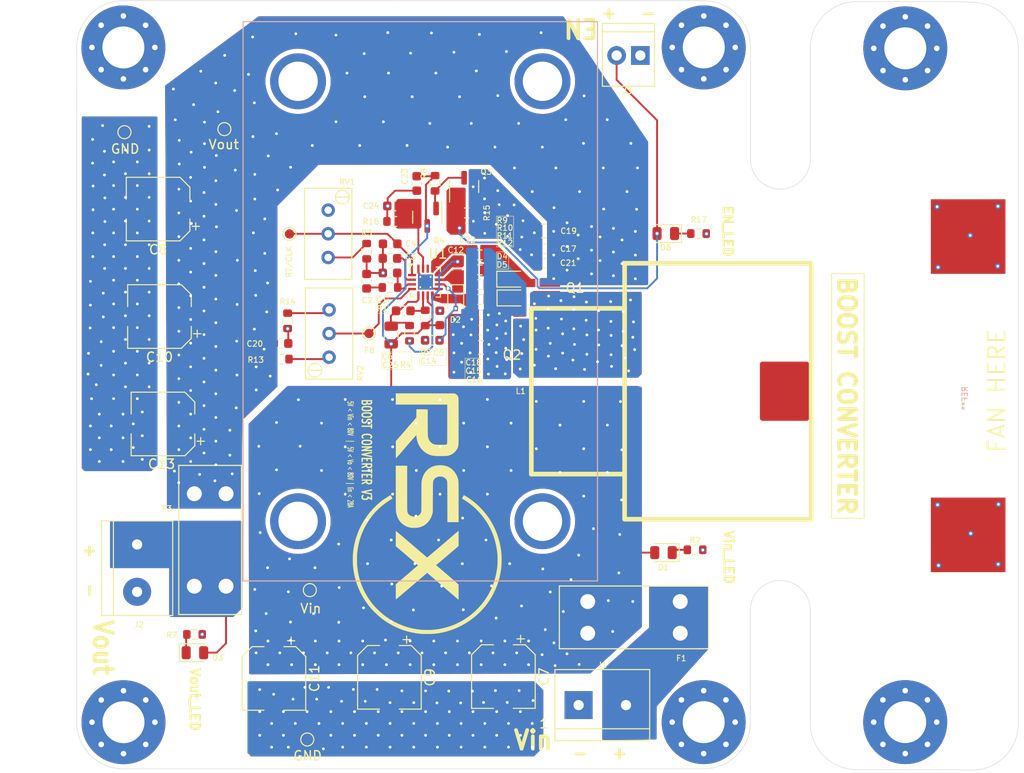
<source format=kicad_pcb>
(kicad_pcb (version 20240108) (generator "pcbnew") (generator_version "8.0")
  (layers (0 "F.Cu" signal) (1 "In1.Cu" signal) (2 "In2.Cu" signal) (31 "B.Cu" signal) (34 "B.Paste" user) (35 "F.Paste" user) (36 "B.SilkS" user "B.Silkscreen") (37 "F.SilkS" user "F.Silkscreen") (38 "B.Mask" user) (39 "F.Mask" user) (44 "Edge.Cuts" user))
  (net 0 "")
  (net 1 "/COMP")
  (net 2 "GND")
  (net 3 "Net-(C2-Pad1)")
  (net 4 "/SS")
  (net 5 "/RT{slash}CLK")
  (net 6 "Vin")
  (net 7 "ISNS-")
  (net 8 "ISNS+")
  (net 9 "Vout")
  (net 10 "/BOOT")
  (net 11 "/Vcc")
  (net 12 "EN_CTRL")
  (net 13 "Net-(D1-K)")
  (net 14 "Net-(D3-K)")
  (net 15 "/HDRV")
  (net 16 "Net-(D4-K)")
  (net 17 "/LDRV")
  (net 18 "Net-(D5-K)")
  (net 19 "Net-(D6-K)")
  (net 20 "ENABLE")
  (net 21 "Bat")
  (net 22 "Net-(Q3-D)")
  (net 23 "Net-(R3-Pad1)")
  (net 24 "/HDRV_CTRL")
  (net 25 "/LDRV_CTRL")
  (net 26 "Net-(R13-Pad2)")
  (net 27 "Net-(R14-Pad2)")
  (net 29 "FB")
  (net 31 "SW")
  (footprint "rsx_resistors:Potentiometer_Bourns_3296W_Vertical_DL" (layer "F.Cu") (at 63.715 94.34 -90)
    (property "Reference" "RV2")
    (property "Value" "100k")
  )
  (footprint "TestPoint:TestPoint_Pad_D1.0mm" (layer "F.Cu") (at 59.465 81.115 180)
    (property "Reference" "RT/CLK")
    (property "Value" "TestPoint")
  )
  (footprint "rsx_capacitors:C_0603_1608Metric" (layer "F.Cu") (at 77.49 84.865 90)
    (property "Reference" "C12")
    (property "Value" "0.1uf")
  )
  (footprint "rsx_headers_screw:Wurth_691210910002" (layer "F.Cu") (at 96.318 61.97 180)
    (property "Reference" "J3")
    (property "Value" "Screw_Terminal_01x02")
  )
  (footprint "rsx_capacitors:C_0603_1608Metric" (layer "F.Cu") (at 78.475 80.485 180)
    (property "Reference" "C22")
    (property "Value" "0.1uf")
  )
  (footprint "rsx_headers_screw:Molex_0398800302" (layer "F.Cu") (at 43.135 114.43 -90)
    (property "Reference" "J2")
    (property "Value" "Screw_Terminal_01x02")
  )
  (footprint "TestPoint:TestPoint_Pad_D1.0mm" (layer "F.Cu") (at 41.775 70.2 180)
    (property "Reference" "GND")
    (property "Value" "TestPoint")
  )
  (footprint "rsx_misc:MountingHole_4.5mm_Pad_Via" (layer "F.Cu") (at 41.672532 133.49533 90)
    (property "Reference" "H2" (hide yes))
    (property "Value" "M2  PLATED")
  )
  (footprint "Package_DFN_QFN:WQFN-16-1EP_3x3mm_P0.5mm_EP1.6x1.6mm_ThermalVias" (layer "F.Cu") (at 74.04 86.2775)
    (property "Reference" "U1")
    (property "Value" "TPS43060RTE")
  )
  (footprint "Capacitor_SMD:CP_Elec_6.3x7.7" (layer "F.Cu") (at 45.53 89.975 180)
    (property "Reference" "C10")
    (property "Value" "100uf")
  )
  (footprint "rsx_resistors:R_0603_1608Metric" (layer "F.Cu") (at 49.29 124.075)
    (property "Reference" "R7")
    (property "Value" "4K7")
  )
  (footprint "rsx_capacitors:C_0805_2012Metric" (layer "F.Cu") (at 80.005 93.305 180)
    (property "Reference" "C16")
    (property "Value" "1uf")
  )
  (footprint "rsx_inductors:PQ2617BHA-XXXK" (layer "F.Cu") (at 100.475 97.99)
    (property "Reference" "L1")
    (property "Value" "15uH" (hide yes))
  )
  (footprint "LOGO" (layer "F.Cu") (at 74.16 109.88 -90)
    (property "Reference" "G***" (hide yes))
    (property "Value" "LOGO" (hide yes))
  )
  (footprint "rsx_diodes:D_SOD-323" (layer "F.Cu") (at 83.195 85.965)
    (property "Reference" "D4")
    (property "Value" "D_Schottky")
  )
  (footprint "rsx_diodes:D_SOD-323" (layer "F.Cu") (at 83.215 87.985)
    (property "Reference" "D5")
    (property "Value" "D_Schottky")
  )
  (footprint "rsx_headers_screw:Molex_0398800302" (layer "F.Cu") (at 90.463134 131.658943)
    (property "Reference" "J1")
    (property "Value" "Screw_Terminal_01x02")
  )
  (footprint "rsx_capacitors:C_0603_1608Metric" (layer "F.Cu") (at 73.12 75.7 -90)
    (property "Reference" "C23")
    (property "Value" "0.1uf")
  )
  (footprint "rsx_resistors:Potentiometer_Bourns_3296W_Vertical_DL" (layer "F.Cu") (at 63.615 78.56 90)
    (property "Reference" "RV1")
    (property "Value" "100k")
  )
  (footprint "rsx_misc:MountingHole_4.5mm_Pad_Via" (layer "F.Cu") (at 125.477532 133.48736 180)
    (property "Reference" "H2" (hide yes))
    (property "Value" "M2  PLATED")
  )
  (footprint "rsx_capacitors:C_0603_1608Metric" (layer "F.Cu") (at 70.245 85.3 180)
    (property "Reference" "C1")
    (property "Value" "1.5nf")
  )
  (footprint "rsx_resistors:R_0603_1608Metric" (layer "F.Cu") (at 78.465 78.865)
    (property "Reference" "R15")
    (property "Value" "10k")
  )
  (footprint "rsx_resistors:R_0603_1608Metric" (layer "F.Cu") (at 70.74 79.775 180)
    (property "Reference" "R16")
    (property "Value" "10k")
  )
  (footprint "Resistor_SMD:R_0603_1608Metric" (layer "F.Cu") (at 67.74 82.965 -90)
    (property "Reference" "R3")
    (property "Value" "150k")
  )
  (footprint "rsx_misc:MountingHole_4.5mm_Pad_Via" (layer "F.Cu") (at 103.882532 61.10736 -90)
    (property "Reference" "H2" (hide yes))
    (property "Value" "M2  PLATED")
  )
  (footprint "Capacitor_SMD:CP_Elec_6.3x7.7" (layer "F.Cu") (at 45.38 78.45 180)
    (property "Reference" "C8")
    (property "Value" "100uf")
  )
  (footprint "rsx_capacitors:C_0603_1608Metric" (layer "F.Cu") (at 86.77 84.275 180)
    (property "Reference" "C21")
    (property "Value" "0.1uf")
  )
  (footprint "rsx_resistors:R_0603_1608Metric" (layer "F.Cu") (at 79.89 86.555)
    (property "Reference" "R11")
    (property "Value" "1")
  )
  (footprint "rsx_leds:LED_0805_2012Metric" (layer "F.Cu") (at 99.8125 81.075 180)
    (property "Reference" "D6")
    (property "Value" "LED_G")
  )
  (footprint "TestPoint:TestPoint_Pad_D1.0mm" (layer "F.Cu") (at 61.65 119.325 180)
    (property "Reference" "Vin")
    (property "Value" "TestPoint")
  )
  (footprint "TestPoint:TestPoint_Pad_D1.0mm" (layer "F.Cu") (at 67.99 91.79 180)
    (property "Reference" "FB")
    (property "Value" "TestPoint")
  )
  (footprint "rsx_leds:LED_0805_2012Metric" (layer "F.Cu") (at 99.5625 115.3 180)
    (property "Reference" "D1")
    (property "Value" "LED_G")
  )
  (footprint "rsx_capacitors:C_0603_1608Metric" (layer "F.Cu") (at 70.24 83.74 180)
    (property "Reference" "C3")
    (property "Value" "0.1uf")
  )
  (footprint "rsx_packages_TO_SOT:SOT-23" (layer "F.Cu") (at 78.19 76.0275 90)
    (property "Reference" "Q3")
    (property "Value" "2N7002K")
  )
  (footprint "TestPoint:TestPoint_Pad_D1.0mm" (layer "F.Cu") (at 52.49 69.87 180)
    (property "Reference" "Vout")
    (property "Value" "TestPoint")
  )
  (footprint "rsx_fuses:FUSE_3568-10" (layer "F.Cu") (at 50.965 113.945 90)
    (property "Reference" "F3")
    (property "Value" "Fuse_Holder_Auto")
  )
  (footprint "rsx_capacitors:C_0603_1608Metric" (layer "F.Cu") (at 58.565 92.865)
    (property "Reference" "C20")
    (property "Value" "0.1uf")
  )
  (footprint "rsx_capacitors:C_0603_1608Metric" (layer "F.Cu") (at 74.78 92.52 180)
    (property "Reference" "C14")
    (property "Value" "4.7uf")
  )
  (footprint "rsx_capacitors:C_0603_1608Metric" (layer "F.Cu") (at 86.83 82.705 180)
    (property "Reference" "C17")
    (property "Value" "0.1uf")
  )
  (footprint "rsx_capacitors:C_0603_1608Metric" (layer "F.Cu") (at 70.26 82.18 180)
    (property "Reference" "C4")
    (property "Value" "0.1uf")
  )
  (footprint "rsx_capacitors:C_0603_1608Metric" (layer "F.Cu") (at 70.73 78.115 180)
    (property "Reference" "C24")
    (property "Value" "0.1uf")
  )
  (footprint "rsx_capacitors:C_0603_1608Metric" (layer "F.Cu") (at 71.665 89.365 180)
    (property "Reference" "C6")
    (property "Value" "0.1 uf")
  )
  (footprint "Capacitor_SMD:CP_Elec_6.3x7.7" (layer "F.Cu") (at 45.905 101.5 180)
    (property "Reference" "C13")
    (property "Value" "100uf")
  )
  (footprint "rsx_diodes:D_SOD-323" (layer "F.Cu") (at 77.29 88.065 -90)
    (property "Reference" "D2")
    (property "Value" "D_Schottky")
  )
  (footprint "rsx_capacitors:C_0603_1608Metric" (layer "F.Cu") (at 75.59 90.13 90)
    (property "Reference" "C5")
    (property "Value" "0.1uf")
  )
  (footprint "Capacitor_SMD:CP_Elec_6.3x7.7" (layer "F.Cu") (at 82.4 128.6 -90)
    (property "Reference" "C7")
    (property "Value" "100uf")
  )
  (footprint "rsx_resistors:R_0603_1608Metric" (layer "F.Cu") (at 72.34 91.765 -90)
    (property "Reference" "R4")
    (property "Value" "750")
  )
  (footprint "footprints:GAN7R0-150LBEZ" (layer "F.Cu") (at 83.395 91.0967 180)
    (property "Reference" "Q2")
    (property "Value" "GAN7R0-150LBEZ" (hide yes))
  )
  (footprint "Capacitor_SMD:CP_Elec_6.3x7.7" (layer "F.Cu") (at 57.8 128.8 -90)
    (property "Reference" "C11")
    (property "Value" "100uf")
  )
  (footprint "rsx_fuses:FUSE_3568-10" (layer "F.Cu") (at 96.4 122.25 180)
    (property "Reference" "F1")
    (property "Value" "Fuse_Holder_Auto")
  )
  (footprint "TestPoint:TestPoint_Pad_D1.0mm" (layer "F.Cu") (at 61.375 135.35 180)
    (property "Reference" "GND")
    (property "Value" "TestPoint")
  )
  (footprint "rsx_misc:MountingHole_4.5mm_Pad_Via" (layer "F.Cu") (at 103.872532 133.48736 180)
    (property "Reference" "H2" (hide yes))
    (property "Value" "M2  PLATED")
  )
  (footprint "rsx_resistors:R_0603_1608Metric" (layer "F.Cu") (at 75.075 75.68 90)
    (property "Reference" "R8")
    (property "Value" "10k")
  )
  (footprint "rsx_resistors:R_0603_1608Metric" (layer "F.Cu") (at 79.88 84.975)
    (property "Reference" "R10")
    (property "Value" "1")
  )
  (footprint "rsx_capacitors:C_0603_1608Metric" (layer "F.Cu") (at 79.915 91.435 180)
    (property "Reference" "C15")
    (property "Value" "0.1uf")
  )
  (footprint "rsx_resistors:R_0603_1608Metric" (layer "F.Cu") (at 103.3175 81.0775)
    (property "Reference" "R17")
    (property "Value" "4K7")
  )
  (footprint "footprints:GAN7R0-150LBEZ" (layer "F.Cu") (at 87.0108 86.91 -90)
    (property "Reference" "Q1")
    (property "Value" "GAN7R0-150LBEZ" (hide yes))
  )
  (footprint "rsx_misc:MountingHole_4.5mm_Pad_Via" (layer "F.Cu") (at 125.486047 61.203845 -90)
    (property "Reference" "H2" (hide yes))
    (property "Value" "M2  PLATED")
  )
  (footprint "rsx_resistors:R_0603_1608Metric" (layer "F.Cu") (at 102.95 115)
    (property "Reference" "R2")
    (property "Value" "4K7")
  )
  (footprint "rsx_resistors:R_0603_1608Metric" (layer "F.Cu") (at 79.88 83.365)
    (property "Reference" "R9")
    (property "Value" "1")
  )
  (footprint "rsx_resistors:R_0603_1608Metric" (layer "F.Cu") (at 59.265 90.44 90)
    (property "Reference" "R14")
    (property "Value" "10k")
  )
  (footprint "Capacitor_SMD:CP_Elec_6.3x7.7" (layer "F.Cu") (at 70.18 128.68 -90)
    (property "Reference" "C9")
    (property "Value" "100uf")
  )
  (footprint "rsx_resistors:R_0603_1608Metric" (layer "F.Cu") (at 74.02 90.13 -90)
    (property "Reference" "R5")
    (property "Value" "750")
  )
  (footprint "rsx_resistors:R_0603_1608Metric" (layer "F.Cu") (at 58.59 94.54)
    (property "Reference" "R13")
    (property "Value" "150k")
  )
  (footprint "rsx_capacitors:C_0805_2012Metric" (layer "F.Cu") (at 86.75 80.795 180)
    (property "Reference" "C19")
    (property "Value" "1uf")
  )
  (footprint "rsx_misc:MountingHole_4.5mm_Pad_Via" (layer "F.Cu") (at 41.661047 61.108845)
    (property "Reference" "H2" (hide yes))
    (property "Value" "M2  PLATED")
  )
  (footprint "rsx_capacitors:C_0603_1608Metric" (layer "F.Cu") (at 67.74 86.19 90)
    (property "Reference" "C2")
    (property "Value" "33nf")
  )
  (footprint "rsx_leds:LED_0805_2012Metric" (layer "F.Cu") (at 49.33 126.04)
    (property "Reference" "D3")
    (property "Value" "LED_G")
  )
  (footprint "rsx_packages_TO_SOT:SOT-23" (layer "F.Cu") (at 74.235 79.3225 -90)
    (property "Reference" "Q4")
    (property "Value" "BSS83P")
  )
  (footprint "rsx_resistors:R_0603_1608Metric" (layer "F.Cu") (at 70.245 86.86 180)
    (property "Reference" "R1")
    (property "Value" "15k")
  )
  (footprint "rsx_resistors:R_0603_1608Metric" (layer "F.Cu") (at 79.895 88.145)
    (property "Reference" "R12")
    (property "Value" "1")
  )
  (footprint "rsx_capacitors:C_0603_1608Metric" (layer "F.Cu") (at 79.985 89.805 180)
    (property "Reference" "C18")
    (property "Value" "0.1uf")
  )
  (footprint "rsx_capacitors:C_0805_2012Metric" (layer "F.Cu") (at 70.37 91.96 -90)
    (property "Reference" "C25")
    (property "Value" "1uf")
  )
  (footprint "rsx_misc:40mmFan" (layer "B.Cu") (at 132.226047 97.398845 -90)
    (property "Reference" "F2" (hide yes))
    (property "Value" "40mm_by_20mm_Fan_Vertical" (hide yes))
  )
  (footprint "rsx_misc:ATS-1139-C1-R0" (layer "B.Cu") (at 73.49 88.34 90)
    (property "Reference" "HW1" (hide yes))
    (property "Value" "Board_Mount_Heat_Sink_Screw_2.5C/W" (hide yes))
  )
  (gr_rect (start 68.75 87.775) (end 70.05 89.635) (stroke (width 0.05)) (fill none) (layer "F.SilkS"))
  (gr_rect (start 78.29 94.4525) (end 80.18 97.2675) (stroke (width 0.05)) (fill none) (layer "F.SilkS"))
  (gr_rect (start 81.67 83.035) (end 82.96 84.885) (stroke (width 0.05)) (fill none) (layer "F.SilkS"))
  (gr_rect (start 73.425 93.4) (end 76.255 95.23) (stroke (width 0.05)) (fill none) (layer "F.SilkS"))
  (gr_rect (start 117.585 85.3735) (end 121.075 111.6265) (stroke (width 0.1)) (fill none) (layer "F.SilkS"))
  (gr_rect (start 69.365 93.77) (end 72.585 95.67) (stroke (width 0.05)) (fill none) (layer "F.SilkS"))
  (gr_rect (start 81.66 79.21) (end 83.49 82.505) (stroke (width 0.05)) (fill none) (layer "F.SilkS"))
  (gr_line (start 41.657532 56.09736) (end 103.894017 56.103845) (stroke (width 0.05)) (layer "Edge.Cuts"))
  (gr_line (start 115.296047 133.583844) (end 115.296047 121.583844) (stroke (width 0.05)) (layer "Edge.Cuts"))
  (gr_line (start 137.601047 61.253846) (end 137.601048 133.643844) (stroke (width 0.05)) (layer "Edge.Cuts"))
  (gr_arc (start 36.657532 61.09736) (mid 37.038134 59.183943) (end 38.121998 57.561826) (stroke (width 0.05)) (layer "Edge.Cuts"))
  (gr_arc (start 132.601047 56.253846) (mid 134.514464 56.634448) (end 136.136581 57.718312) (stroke (width 0.05)) (layer "Edge.Cuts"))
  (gr_line (start 108.894017 61.103845) (end 108.894017 73.103845) (stroke (width 0.05)) (layer "Edge.Cuts"))
  (gr_line (start 130.296047 138.583844) (end 132.601048 138.643844) (stroke (width 0.05)) (layer "Edge.Cuts"))
  (gr_arc (start 38.125513 137.034379) (mid 37.041649 135.412262) (end 36.661047 133.498845) (stroke (width 0.05)) (layer "Edge.Cuts"))
  (gr_arc (start 107.411581 137.034379) (mid 105.789464 138.118243) (end 103.876047 138.498845) (stroke (width 0.05)) (layer "Edge.Cuts"))
  (gr_arc (start 136.136581 57.718312) (mid 137.220444 59.340429) (end 137.601047 61.253846) (stroke (width 0.05)) (layer "Edge.Cuts"))
  (gr_line (start 115.296046 61.193846) (end 115.296046 73.193846) (stroke (width 0.05)) (layer "Edge.Cuts"))
  (gr_line (start 120.296546 56.193346) (end 130.296046 56.193846) (stroke (width 0.05)) (layer "Edge.Cuts"))
  (gr_arc (start 108.876047 133.498845) (mid 108.495445 135.412262) (end 107.411581 137.034379) (stroke (width 0.05)) (layer "Edge.Cuts"))
  (gr_arc (start 108.876047 121.498845) (mid 112.128825 118.288844) (end 115.295486 121.583829) (stroke (width 0.05)) (layer "Edge.Cuts"))
  (gr_arc (start 107.429551 57.568311) (mid 108.513415 59.190428) (end 108.894017 61.103845) (stroke (width 0.05)) (layer "Edge.Cuts"))
  (gr_arc (start 38.121998 57.561826) (mid 39.744115 56.477962) (end 41.657532 56.09736) (stroke (width 0.05)) (layer "Edge.Cuts"))
  (gr_arc (start 115.296046 61.193846) (mid 116.760659 57.657959) (end 120.296546 56.193346) (stroke (width 0.05)) (layer "Edge.Cuts"))
  (gr_arc (start 41.661047 138.498845) (mid 39.74763 138.118243) (end 38.125513 137.034379) (stroke (width 0.05)) (layer "Edge.Cuts"))
  (gr_arc (start 115.295414 73.193828) (mid 112.050352 76.30486) (end 108.894017 73.103845) (stroke (width 0.05)) (layer "Edge.Cuts"))
  (gr_line (start 130.296046 56.193846) (end 132.601047 56.253846) (stroke (width 0.05)) (layer "Edge.Cuts"))
  (gr_line (start 120.296047 138.583844) (end 130.296047 138.583844) (stroke (width 0.05)) (layer "Edge.Cuts"))
  (gr_line (start 36.661047 133.498845) (end 36.657532 61.09736) (stroke (width 0.05)) (layer "Edge.Cuts"))
  (gr_arc (start 120.296047 138.583844) (mid 116.760513 137.119378) (end 115.296047 133.583844) (stroke (width 0.05)) (layer "Edge.Cuts"))
  (gr_arc (start 103.894017 56.103845) (mid 105.807434 56.484447) (end 107.429551 57.568311) (stroke (width 0.05)) (layer "Edge.Cuts"))
  (gr_arc (start 137.601048 133.643844) (mid 137.220446 135.557261) (end 136.136582 137.179378) (stroke (width 0.05)) (layer "Edge.Cuts"))
  (gr_arc (start 136.136582 137.179378) (mid 134.514465 138.263242) (end 132.601048 138.643844) (stroke (width 0.05)) (layer "Edge.Cuts"))
  (gr_line (start 108.876047 133.498845) (end 108.876047 121.498845) (stroke (width 0.05)) (layer "Edge.Cuts"))
  (gr_line (start 41.661047 138.498845) (end 103.876047 138.498845) (stroke (width 0.05)) (layer "Edge.Cuts"))
  (gr_text "+   -" (at 92.77 58.12 0) (layer "F.SilkS") (effects (font (size 1.2 1.2) (thickness 0.3) (bold yes)) (justify left bottom)))
  (gr_text "+   -" (at 37.4 114.2 -90) (layer "F.SilkS") (effects (font (size 1.2 1.2) (thickness 0.3) (bold yes)) (justify left bottom)))
  (gr_text "Vout_LED\n\n" (at 47.1225 127.53375 270) (layer "F.SilkS") (effects (font (size 1 1) (thickness 0.25) (bold yes)) (justify left bottom)))
  (gr_text "Vin_LED\n\n" (at 104.375 112.775 -90) (layer "F.SilkS") (effects (font (size 1 1) (thickness 0.25) (bold yes)) (justify left bottom)))
  (gr_text "Vin\n" (at 83.32 136.6 0) (layer "F.SilkS") (effects (font (size 2 1.8) (thickness 0.4) (bold yes)) (justify left bottom)))
  (gr_text "BOOST CONVERTER\n" (at 118.155 98.475 -90) (layer "F.SilkS") (effects (font (size 1.8 1.8) (thickness 0.45) (bold yes)) (justify bottom)))
  (gr_text "5V < Vin < 80V  |  5V < Vo < 80V | Iin < 28A " (at 65.64 99.005 270) (layer "F.SilkS") (effects (font (size 0.6 0.3) (thickness 0.075) (bold yes)) (justify left bottom)))
  (gr_text "EN" (at 92.73 57.86 180) (layer "F.SilkS") (effects (font (size 2 1.8) (thickness 0.4) (bold yes)) (justify left bottom)))
  (gr_text "+   -" (at 95.8 136.275 180) (layer "F.SilkS") (effects (font (size 1.2 1.2) (thickness 0.3) (bold yes)) (justify left bottom)))
  (gr_text "BOOST CONVERTER V3\n\n\n" (at 63.91 98.765 270) (layer "F.SilkS") (effects (font (size 1 0.65)) (justify left bottom)))
  (gr_text "EN_LED\n\n" (at 104.275 77.95 270) (layer "F.SilkS") (effects (font (size 1 1) (thickness 0.25) (bold yes)) (justify left bottom)))
  (gr_text "FAN HERE\n" (at 136.35 97.94 90) (layer "F.SilkS") (effects (font (size 1.8 1.8) (thickness 0.2)) (justify bottom)))
  (gr_text "Vout\n\n" (at 35.08 122.3 270) (layer "F.SilkS") (effects (font (size 2 1.8) (thickness 0.4) (bold yes)) (justify left bottom)))
  (segment (start 71.02 85.3) (end 71.02 85.510685) (width 0.2) (layer "F.Cu") (net 1))
  (segment (start 71.07 85.35) (end 71.02 85.3) (width 0.2) (layer "F.Cu") (net 1))
  (segment (start 71.07 86.86) (end 71.19 86.98) (width 0.2) (layer "F.Cu") (net 1))
  (segment (start 71.698114 86.98) (end 72.150614 86.5275) (width 0.2) (layer "F.Cu") (net 1))
  (segment (start 71.19 86.98) (end 71.698114 86.98) (width 0.2) (layer "F.Cu") (net 1))
  (segment (start 71.07 86.86) (end 71.07 85.35) (width 0.2) (layer "F.Cu") (net 1))
  (segment (start 71.02 86.81) (end 71.07 86.86) (width 0.2) (layer "F.Cu") (net 1))
  (segment (start 72.150614 86.5275) (end 72.6025 86.5275) (width 0.2) (layer "F.Cu") (net 1))
  (segment (start 70 77.27) (end 70.795 76.475) (width 0.2) (layer "F.Cu") (net 2))
  (segment (start 68.17 83.78) (end 68.15 83.8) (width 0.2) (layer "F.Cu") (net 2))
  (segment (start 69.915 78.155) (end 69.955 78.115) (width 0.2) (layer "F.Cu") (net 2))
  (segment (start 69.47 83.745) (end 69.465 83.74) (width 0.2) (layer "F.Cu") (net 2))
  (segment (start 59.265 91.265) (end 59.275 91.275) (width 0.2) (layer "F.Cu") (net 2))
  (segment (start 69.955 78.115) (end 69.955 79.735) (width 0.2) (layer "F.Cu") (net 2))
  (segment (start 69.945 78.125) (end 69.955 78.115) (width 0.2) (layer "F.Cu") (net 2))
  (segment (start 75.4775 87.0275) (end 75.4275 86.9775) (width 0.2) (layer "F.Cu") (net 2))
  (segment (start 69.47 85.3) (end 69.5 85.3) (width 0.2) (layer "F.Cu") (net 2))
  (segment (start 73.12 76.475) (end 70.795 76.475) (width 0.2) (layer "F.Cu") (net 2))
  (segment (start 73.4 85.6375) (end 73.49 85.7275) (width 0.2) (layer "F.Cu") (net 2))
  (segment (start 73.29 84.84) (end 73.29 85.277499) (width 0.2) (layer "F.Cu") (net 2))
  (segment (start 59.34 92.865) (end 59.34 91.34) (width 0.2) (layer "F.Cu") (net 2))
  (segment (start 67.74 83.79) (end 67.74 85.415) (width 0.2) (layer "F.Cu") (net 2))
  (segment (start 69.955 79.735) (end 69.915 79.775) (width 0.2) (layer "F.Cu") (net 2))
  (segment (start 68.155 83.805) (end 68.15 83.8) (width 0.2) (layer "F.Cu") (net 2))
  (segment (start 73.29 85.277499) (end 73.4 85.387499) (width 0.2) (layer "F.Cu") (net 2))
  (segment (start 67.855 85.3) (end 67.74 85.415) (width 0.2) (layer "F.Cu") (net 2))
  (segment (start 74.74 86.9775) (end 74.59 86.8275) (width 0.2) (layer "F.Cu") (net 2))
  (segment (start 73.4 85.387499) (end 73.4 85.6375) (width 0.2) (layer "F.Cu") (net 2))
  (segment (start 75.4275 86.9775) (end 74.74 86.9775) (width 0.2) (layer "F.Cu") (net 2))
  (segment (start 69.5 85.3) (end 69.47 83.745) (width 0.2) (layer "F.Cu") (net 2))
  (segment (start 70 78.125) (end 70 77.27) (width 0.2) (layer "F.Cu") (net 2))
  (segment (start 59.265 92.79) (end 59.34 92.865) (width 0.2) (layer "F.Cu") (net 2))
  (segment (start 69.485 83.72) (end 69.465 83.74) (width 0.2) (layer "F.Cu") (net 2))
  (segment (start 59.34 91.34) (end 59.275 91.275) (width 0.2) (layer "F.Cu") (net 2))
  (segment (start 69.47 85.3) (end 67.855 85.3) (width 0.2) (layer "F.Cu") (net 2))
  (segment (start 70 78.125) (end 69.945 78.125) (width 0.2) (layer "F.Cu") (net 2))
  (segment (start 69.485 82.18) (end 69.485 83.72) (width 0.2) (layer "F.Cu") (net 2))
  (via (at 41.885 82.275) (size 0.6) (drill 0.3) (layers "F.Cu" "B.Cu") (net 2))
  (via (at 44.425 94.975) (size 0.6) (drill 0.3) (layers "F.Cu" "B.Cu") (net 2))
  (via (at 38.36 70.98) (size 0.6) (drill 0.3) (layers "F.Cu" "B.Cu") (net 2))
  (via (at 39.68 79.79) (size 0.6) (drill 0.3) (layers "F.Cu" "B.Cu") (net 2))
  (via (at 44.425 97.515) (size 0.6) (drill 0.3) (layers "F.Cu" "B.Cu") (net 2))
  (via (at 37.875 96.15) (size 0.6) (drill 0.3) (layers "F.Cu" "B.Cu") (net 2))
  (via (at 80.41 133.63) (size 0.6) (drill 0.3) (layers "F.Cu" "B.Cu") (net 2))
  (via (at 132.45 81.275) (size 0.6) (drill 0.3) (layers "F.Cu" "B.Cu") (net 2))
  (via (at 43.155 83.545) (size 0.6) (drill 0.3) (layers "F.Cu" "B.Cu") (net 2))
  (via (at 62.39 131.025) (size 0.6) (drill 0.3) (layers "F.Cu" "B.Cu") (net 2))
  (via (at 38.755 97.29) (size 0.6) (drill 0.3) (layers "F.Cu" "B.Cu") (net 2))
  (via (at 79.16 76.055) (size 0.6) (drill 0.3) (layers "F.Cu" "B.Cu") (net 2))
  (via (at 76.545 130.155) (size 0.6) (drill 0.3) (layers "F.Cu" "B.Cu") (net 2))
  (via (at 82.85 79.145) (size 0.6) (drill 0.3) (layers "F.Cu" "B.Cu") (net 2))
  (via (at 81.725 95.325) (size 0.5) (drill 0.3) (layers "F.Cu" "B.Cu") (net 2))
  (via (at 44.425 74.655) (size 0.6) (drill 0.3) (layers "F.Cu" "B.Cu") (net 2))
  (via (at 77.87 133.63) (size 0.6) (drill 0.3) (layers "F.Cu" "B.Cu") (net 2))
  (via (at 44.425 72.115) (size 0.6) (drill 0.3) (layers "F.Cu" "B.Cu") (net 2))
  (via (at 70.25 131.4) (size 0.6) (drill 0.3) (layers "F.Cu" "B.Cu") (net 2))
  (via (at 77.87 136.17) (size 0.6) (drill 0.3) (layers "F.Cu" "B.Cu") (net 2))
  (via (at 41.885 97.515) (size 0.6) (drill 0.3) (layers "F.Cu" "B.Cu") (net 2))
  (via (at 41.885 92.435) (size 0.6) (drill 0.3) (layers "F.Cu" "B.Cu") (net 2))
  (via (at 75.33 136.17) (size 0.6) (drill 0.3) (layers "F.Cu" "B.Cu") (net 2))
  (via (at 75.33 133.63) (size 0.6) (drill 0.3) (layers "F.Cu" "B.Cu") (net 2))
  (via (at 81.68 132.36) (size 0.6) (drill 0.3) (layers "F.Cu" "B.Cu") (net 2))
  (via (at 58.82 132.36) (size 0.6) (drill 0.3) (layers "F.Cu" "B.Cu") (net 2))
  (via (at 129.05 116.675) (size 0.6) (drill 0.3) (layers "F.Cu" "B.Cu") (net 2))
  (via (at 66.44 132.36) (size 0.6) (drill 0.3) (layers "F.Cu" "B.Cu") (net 2))
  (via (at 103.775 115.025) (size 0.5) (drill 0.3) (layers "F.Cu" "B.Cu") (net 2))
  (via (at 41.885 84.815) (size 0.6) (drill 0.3) (layers "F.Cu" "B.Cu") (net 2))
  (via (at 72.79 131.4) (size 0.6) (drill 0.3) (layers "F.Cu" "B.Cu") (net 2))
  (via (at 44.425 84.815) (size 0.6) (drill 0.3) (layers "F.Cu" "B.Cu") (net 2))
  (via (at 38.125 86.2) (size 0.6) (drill 0.3) (layers "F.Cu" "B.Cu") (net 2))
  (via (at 63.66 129.755) (size 0.6) (drill 0.3) (layers "F.Cu" "B.Cu") (net 2))
  (via (at 44.425 77.195) (size 0.6) (drill 0.3) (layers "F.Cu" "B.Cu") (net 2))
  (via (at 74.06 130.13) (size 0.6) (drill 0.3) (layers "F.Cu" "B.Cu") (net 2))
  (via (at 43.685 100.22) (size 0.6) (drill 0.3) (layers "F.Cu" "B.Cu") (net 2))
  (via (at 40.615 88.625) (size 0.6) (drill 0.3) (layers "F.Cu" "B.Cu") (net 2))
  (via (at 39.505 90.015) (size 0.6) (drill 0.3) (layers "F.Cu" "B.Cu") (net 2))
  (via (at 43.155 81.005) (size 0.6) (drill 0.3) (layers "F.Cu" "B.Cu") (net 2))
  (via (at 39.655 82.275) (size 0.6) (drill 0.3) (layers "F.Cu" "B.Cu") (net 2))
  (via (at 40.615 83.545) (size 0.6) (drill 0.3) (layers "F.Cu" "B.Cu") (net 2))
  (via (at 43.155 91.165) (size 0.6) (drill 0.3) (layers "F.Cu" "B.Cu") (net 2))
  (via (at 85.715 80.995) (size 0.6) (drill 0.3) (layers "F.Cu" "B.Cu") (net 2))
  (via (at 44.425 69.575) (size 0.6) (drill 0.3) (layers "F.Cu" "B.Cu") (net 2))
  (via (at 40.615 86.085) (size 0.6) (drill 0.3) (layers "F.Cu" "B.Cu") (net 2))
  (via (at 43.155 98.785) (size 0.6) (drill 0.3) (layers "F.Cu" "B.Cu") (net 2))
  (via (at 85.575 131.175) (size 0.6) (drill 0.3) (layers "F.Cu" "B.Cu") (net 2))
  (via (at 57.55 133.63) (size 0.6) (drill 0.3) (layers "F.Cu" "B.Cu") (net 2))
  (via (at 43.155 73.385) (size 0.6) (drill 0.3) (layers "F.Cu" "B.Cu") (net 2))
  (via (at 63.1 136.35) (size 0.6) (drill 0.3) (layers "F.Cu" "B.Cu") (net 2))
  (via (at 80.725 94.525) (size 0.5) (drill 0.3) (layers "F.Cu" "B.Cu") (net 2))
  (via (at 38.125 88.75) (size 0.6) (drill 0.3) (layers "F.Cu" "B.Cu") (net 2))
  (via (at 80.8 96.15) (size 0.5) (drill 0.3) (layers "F.Cu" "B.Cu") (net 2))
  (via (at 59.85 131.025) (size 0.6) (drill 0.3) (layers "F.Cu" "B.Cu") (net 2))
  (via (at 79.085 130.155) (size 0.6) (drill 0.3) (layers "F.Cu" "B.Cu") (net 2))
  (via (at 72.79 133.63) (size 0.6) (drill 0.3) (layers "F.Cu" "B.Cu") (net 2))
  (via (at 104.175 81.1) (size 0.5) (drill 0.3) (layers "F.Cu" "B.Cu") (net 2))
  (via (at 82.65 90.45) (size 0.5) (drill 0.3) (layers "F.Cu" "B.Cu") (net 2))
  (via (at 39.63 74.79) (size 0.6) (drill 0.3) (layers "F.Cu" "B.Cu") (net 2))
  (via (at 82.95 136.17) (size 0.6) (drill 0.3) (layers "F.Cu" "B.Cu") (net 2))
  (via (at 43.155 78.465) (size 0.6) (drill 0.3) (layers "F.Cu" "B.Cu") (net 2))
  (via (at 44.425 92.435) (size 0.6) (drill 0.3) (layers "F.Cu" "B.Cu") (net 2))
  (via (at 84.375 81.45) (size 0.6) (drill 0.3) (layers "F.Cu" "B.Cu") (net 2))
  (via (at 38.255 98.79) (size 0.6) (drill 0.3) (layers "F.Cu" "B.Cu") (net 2))
  (via (at 41.885 89.895) (size 0.6) (drill 0.3) (layers "F.Cu" "B.Cu") (net 2))
  (via (at 40.355 101.715) (size 0.6) (drill 0.3) (layers "F.Cu" "B.Cu") (net 2))
  (via (at 128.9 78.2) (size 0.6) (drill 0.3) (layers "F.Cu" "B.Cu") (net 2))
  (via (at 38.36 73.52) (size 0.6) (drill 0.3) (layers "F.Cu" "B.Cu") (net 2))
  (via (at 82.95 133.63) (size 0.6) (drill 0.3) (layers "F.Cu" "B.Cu") (net 2))
  (via (at 50.115 124.075) (size 0.5) (drill 0.3) (layers "F.Cu" "B.Cu") (net 2))
  (via (at 57.775 130.5) (size 0.6) (drill 0.3) (layers "F.Cu" "B.Cu") (net 2))
  (via (at 44.425 82.275) (size 0.6) (drill 0.3) (layers "F.Cu" "B.Cu") (net 2))
  (via (at 43.155 93.705) (size 0.6) (drill 0.3) (layers "F.Cu" "B.Cu") (net 2))
  (via (at 59.35 136.175) (size 0.6) (drill 0.3) (layers "F.Cu" "B.Cu") (net 2))
  (via (at 129 84.7) (size 0.6) (drill 0.3) (layers "F.Cu" "B.Cu") (net 2))
  (via (at 81.95 77.975) (size 0.6) (drill 0.3) (layers "F.Cu" "B.Cu") (net 2))
  (via (at 135.425 78.15) (size 0.6) (drill 0.3) (layers "F.Cu" "B.Cu") (net 2))
  (via (at 81.975 89.65) (size 0.5) (drill 0.3) (layers "F.Cu" "B.Cu") (net 2))
  (via (at 39.28 92.675) (size 0.6) (drill 0.3) (layers "F.Cu" "B.Cu") (net 2))
  (via (at 56.275 130) (size 0.6) (drill 0.3) (layers "F.Cu" "B.Cu") (net 2))
  (via (at 81.7 90.875) (size 0.5) (drill 0.3) (layers "F.Cu" "B.Cu") (net 2))
  (via (at 41.625 100.445) (size 0.6) (drill 0.3) (layers "F.Cu" "B.Cu") (net 2))
  (via (at 66.32 129.98) (size 0.6) (drill 0.3) (layers "F.Cu" "B.Cu") (net 2))
  (via (at 82.815 131.375) (size 0.6) (drill 0.3) (layers "F.Cu" "B.Cu") (net 2))
  (via (at 81.705 92.325) (size 0.5) (drill 0.3) (layers "F.Cu" "B.Cu") (net 2))
  (via (at 41.885 72.115) (size 0.6) (drill 0.3) (layers "F.Cu" "B.Cu") (net 2))
  (via (at 82.75 94.6) (size 0.5) (drill 0.3) (layers "F.Cu" "B.Cu") (net 2))
  (via (at 56.28 134.9) (size 0.6) (drill 0.3) (layers "F.Cu" "B.Cu") (net 2))
  (via (at 84.22 132.36) (size 0.6) (drill 0.3) (layers "F.Cu" "B.Cu") (net 2))
  (via (at 65.05 131.25) (size 0.6) (drill 0.3) (layers "F.Cu" "B.Cu") (net 2))
  (via (at 39.505 87.475) (size 0.6) (drill 0.3) (layers "F.Cu" "B.Cu") (net 2))
  (via (at 38.41 78.52) (size 0.6) (drill 0.3) (layers "F.Cu" "B.Cu") (net 2))
  (via (at 82.65 93.375) (size 0.5) (drill 0.3) (layers "F.Cu" "B.Cu") (net 2))
  (via (at 40.615 81.005) (size 0.6) (drill 0.3) (layers "F.Cu" "B.Cu") (net 2))
  (via (at 40.355 104.255) (size 0.6) (drill 0.3) (layers "F.Cu" "B.Cu") (net 2))
  (via (at 76.6 132.36) (size 0.6) (drill 0.3) (layers "F.Cu" "B.Cu") (net 2))
  (via (at 79.185 79.755) (size 0.6) (drill 0.3) (layers "F.Cu" "B.Cu") (net 2))
  (via (at 67.71 133.63) (size 0.6) (drill 0.3) (layers "F.Cu" "B.Cu") (net 2))
  (via (at 71.52 134.9) (size 0.6) (drill 0.3) (layers "F.Cu" "B.Cu") (net 2))
  (via (at 41.885 87.355) (size 0.6) (drill 0.3) (layers "F.Cu" "B.Cu") (net 2))
  (via (at 67.71 136.17) (size 0.6) (drill 0.3) (layers "F.Cu" "B.Cu") (net 2))
  (via (at 82.85 81.375) (size 0.6) (drill 0.3) (layers "F.Cu" "B.Cu") (net 2))
  (via (at 39.68 77.25) (size 0.6) (drill 0.3) (layers "F.Cu" "B.Cu") (net 2))
  (via (at 63.9 132.36) (size 0.6) (drill 0.3) (layers "F.Cu" "B.Cu") (net 2))
  (via (at 38.125 101.715) (size 0.6) (drill 0.3) (layers "F.Cu" "B.Cu") (net 2))
  (via (at 84.5 79.7) (size 0.6) (drill 0.3) (layers "F.Cu" "B.Cu") (net 2))
  (via (at 40.615 91.165) (size 0.6) (drill 0.3) (layers "F.Cu" "B.Cu") (net 2))
  (via (at 80.85 92.975) (size 0.5) (drill 0.3) (layers "F.Cu" "B.Cu") (net 2))
  (via (at 39.28 95.215) (size 0.6) (drill 0.3) (layers "F.Cu" "B.Cu") (net 2))
  (via (at 81.635 80.08) (size 0.6) (drill 0.3) (layers "F.Cu" "B.Cu") (net 2))
  (via (at 43.155 75.925) (size 0.6) (drill 0.3) (layers "F.Cu" "B.Cu") (net 2))
  (via (at 81.8 76.475) (size 0.6) (drill 0.3) (layers "F.Cu" "B.Cu") (net 2))
  (via (at 80.4 81.05) (size 0.6) (drill 0.3) (layers "F.Cu" "B.Cu") (net 2))
  (via (at 44.425 89.895) (size 0.6) (drill 0.3) (layers "F.Cu" "B.Cu") (net 2))
  (via (at 39.085 100.445) (size 0.6) (drill 0.3) (layers "F.Cu" "B.Cu") (net 2))
  (via (at 74.06 92.5) (size 0.5) (drill 0.3) (layers "F.Cu" "B.Cu") (net 2))
  (via (at 43.685 102.76) (size 0.6) (drill 0.3) (layers "F.Cu" "B.Cu") (net 2))
  (via (at 74.06 132.36) (size 0.6) (drill 0.3) (layers "F.Cu" "B.Cu") (net 2))
  (via (at 77.815 131.425) (size 0.6) (drill 0.3) (layers "F.Cu" "B.Cu") (net 2))
  (via (at 37.925 93.925) (size 0.6) (drill 0.3) (layers "F.Cu" "B.Cu") (net 2))
  (via (at 59.275 91.275) (size 0.5) (drill 0.3) (layers "F.Cu" "B.Cu") (net 2))
  (via (at 39.655 84.815) (size 0.6) (drill 0.3) (layers "F.Cu" "B.Cu") (net 2))
  (via (at 85.425 83.35) (size 0.6) (drill 0.3) (layers "F.Cu" "B.Cu") (net 2))
  (via (at 38.385 81.005) (size 0.6) (drill 0.3) (layers "F.Cu" "B.Cu") (net 2))
  (via (at 61.36 132.36) (size 0.6) (drill 0.3) (layers "F.Cu" "B.Cu") (net 2))
  (via (at 43.685 105.3) (size 0.6) (drill 0.3) (layers "F.Cu" "B.Cu") (net 2))
  (via (at 80.785 89.805) (size 0.5) (drill 0.3) (layers "F.Cu" "B.Cu") (net 2))
  (via (at 71.52 130.13) (size 0.6) (drill 0.3) (layers "F.Cu" "B.Cu") (net 2))
  (via (at 40.615 75.925) (size 0.6) (drill 0.3) (layers "F.Cu" "B.Cu") (net 2))
  (via (at 81.625 93.85) (size 0.5) (drill 0.3) (layers "F.Cu" "B.Cu") (net 2))
  (via (at 39.085 102.985) (size 0.6) (drill 0.3) (layers "F.Cu" "B.Cu") (net 2))
  (via (at 41.625 105.525) (size 0.6) (drill 0.3) (layers "F.Cu" "B.Cu") (net 2))
  (via (at 68.98 134.9) (size 0.6) (drill 0.3) (layers "F.Cu" "B.Cu") (net 2))
  (via (at 132.5 113.25) (size 0.6) (drill 0.3) (layers "F.Cu" "B.Cu") (net 2))
  (via (at 60.09 133.63) (size 0.6) (drill 0.3) (layers "F.Cu" "B.Cu") (net 2))
  (via (at 83.55 78) (size 0.6) (drill 0.3) (layers "F.Cu" "B.Cu") (net 2))
  (via (at 39.43 69.49) (size 0.6) (drill 0.3) (layers "F.Cu" "B.Cu") (net 2))
  (via (at 80.375 75.12) (size 0.6) (drill 0.3) (layers "F.Cu" "B.Cu") (net 2))
  (via (at 84.085 130.105) (size 0.6) (drill 0.3) (layers "F.Cu" "B.Cu") (net 2))
  (via (at 80.4 78.82) (size 0.6) (drill 0.3) (layers "F.Cu" "B.Cu") (net 2))
  (via (at 39.085 105.525) (size 0.6) (drill 0.3) (layers "F.Cu" "B.Cu") (net 2))
  (via (at 41.625 102.985) (size 0.6) (drill 0.3) (layers "F.Cu" "B.Cu") (net 2))
  (via (at 70.25 133.63) (size 0.6) (drill 0.3) (layers "F.Cu" "B.Cu") (net 2))
  (via (at 38.125 104.255) (size 0.6) (drill 0.3) (layers "F.Cu" "B.Cu") (net 2))
  (via (at 74.06 134.9) (size 0.6) (drill 0.3) (layers "F.Cu" "B.Cu") (net 2))
  (via (at 80.41 136.17) (size 0.6) (drill 0.3) (layers "F.Cu" "B.Cu") (net 2))
  (via (at 80.375 77.35) (size 0.6) (drill 0.3) (layers "F.Cu" "B.Cu") (net 2))
  (via (at 43.155 88.625) (size 0.6) (drill 0.3) (layers "F.Cu" "B.Cu") (net 2))
  (via (at 44.425 79.735) (size 0.6) (drill 0.3) (layers "F.Cu" "B.Cu") (net 2))
  (via (at 43.155 96.245) (size 0.6) (drill 0.3) (layers "F.Cu" "B.Cu") (net 2))
  (via (at 82.6 96.125) (size 0.5) (drill 0.3) (layers "F.Cu" "B.Cu") (net 2))
  (via (at 79.14 134.9) (size 0.6) (drill 0.3) (layers "F.Cu" "B.Cu") (net 2))
  (via (at 68.86 129.98) (size 0.6) (drill 0.3) (layers "F.Cu" "B.Cu") (net 2))
  (via (at 38.41 75.98) (size 0.6) (drill 0.3) (layers "F.Cu" "B.Cu") (net 2))
  (via (at 39.63 72.25) (size 0.6) (drill 0.3) (layers "F.Cu" "B.Cu") (net 2))
  (via (at 56.28 132.36) (size 0.6) (drill 0.3) (layers "F.Cu" "B.Cu") (net 2))
  (via (at 44.425 87.355) (size 0.6) (drill 0.3) (layers "F.Cu" "B.Cu") (net 2))
  (via (at 135.4 84.575) (size 0.6) (drill 0.3) (layers "F.Cu" "B.Cu") (net 2))
  (via (at 70 78.125) (size 0.5) (drill 0.3) (layers "F.Cu" "B.Cu") (net 2))
  (via (at 62.63 133.63) (size 0.6) (drill 0.3) (layers "F.Cu" "B.Cu") (net 2))
  (via (at 135.475 110.125) (size 0.6) (drill 0.3) (layers "F.Cu" "B.Cu") (net 2))
  (via (at 41.885 74.655) (size 0.6) (drill 0.3) (layers "F.Cu" "B.Cu") (net 2))
  (via (at 67.59 131.25) (size 0.6) (drill 0.3) (layers "F.Cu" "B.Cu") (net 2))
  (via (at 43.155 86.085) (size 0.6) (drill 0.3) (layers "F.Cu" "B.Cu") (net 2))
  (via (at 61.12 129.755) (size 0.6) (drill 0.3) (layers "F.Cu" "B.Cu") (net 2))
  (via (at 66.44 134.9) (size 0.6) (drill 0.3) (layers "F.Cu" "B.Cu") (net 2))
  (via (at 81.545 130.105) (size 0.6) (drill 0.3) (layers "F.Cu" "B.Cu") (net 2))
  (via (at 40.615 98.785) (size 0.6) (drill 0.3) (layers "F.Cu" "B.Cu") (net 2))
  (via (at 69.5 85.3) (size 0.5) (drill 0.3) (layers "F.Cu" "B.Cu") (net 2))
  (via (at 70.25 136.17) (size 0.6) (drill 0.3) (layers "F.Cu" "B.Cu") (net 2))
  (via (at 38.1 91.2) (size 0.6) (drill 0.3) (layers "F.Cu" "B.Cu") (net 2))
  (via (at 57.55 136.17) (size 0.6) (drill 0.3) (layers "F.Cu" "B.Cu") (net 2))
  (via (at 65.17 136.17) (size 0.6) (drill 0.3) (layers "F.Cu" "B.Cu") (net 2))
  (via (at 84.22 134.9) (size 0.6) (drill 0.3) (layers "F.Cu" "B.Cu") (net 2))
  (via (at 41.885 94.975) (size 0.6) (drill 0.3) (layers "F.Cu" "B.Cu") (net 2))
  (via (at 41.885 77.195) (size 0.6) (drill 0.3) (layers "F.Cu" "B.Cu") (net 2))
  (via (at 65.17 133.63) (size 0.6) (drill 0.3) (layers "F.Cu" "B.Cu") (net 2))
  (via (at 84.2 82.8) (size 0.6) (drill 0.3) (layers "F.Cu" "B.Cu") (net 2))
  (via (at 76.6 134.9) (size 0.6) (drill 0.3) (layers "F.Cu" "B.Cu") (net 2))
  (via (at 40.615 78.465) (size 0.6) (drill 0.3) (layers "F.Cu" "B.Cu") (net 2))
  (via (at 75.275 131.425) (size 0.6) (drill 0.3) (layers "F.Cu" "B.Cu") (net 2))
  (via (at 40.615 93.705) (size 0.6) (drill 0.3) (layers "F.Cu" "B.Cu") (net 2))
  (via (at 82.65 91.8) (size 0.5) (drill 0.3) (layers "F.Cu" "B.Cu") (net 2))
  (via (at 72.79 136.17) (size 0.6) (drill 0.3) (layers "F.Cu" "B.Cu") (net 2))
  (via (at 40.615 73.385) (size 0.6) (drill 0.3) (layers "F.Cu" "B.Cu") (net 2))
  (via (at 85.49 136.17) (size 0.6) (drill 0.3) (layers "F.Cu" "B.Cu") (net 2))
  (via (at 38.385 83.545) (size 0.6) (drill 0.3) (layers "F.Cu" "B.Cu") (net 2))
  (via (at 80.275 131.375) (size 0.6) (drill 0.3) (layers "F.Cu" "B.Cu") (net 2))
  (via (at 71.52 132.36) (size 0.6) (drill 0.3) (layers "F.Cu" "B.Cu") (net 2))
  (via (at 63.9 134.9) (size 0.6) (drill 0.3) (layers "F.Cu" "B.Cu") (net 2))
  (via (at 42.725 101.49) (size 0.6) (drill 0.3) (layers "F.Cu" "B.Cu") (net 2))
  (via (at 40.615 96.245) (size 0.6) (drill 0.3) (layers "F.Cu" "B.Cu") (net 2))
  (via (at 85.49 133.63) (size 0.6) (drill 0.3) (layers "F.Cu" "B.Cu") (net 2))
  (via (at 58.82 134.9) (size 0.6) (drill 0.3) (layers "F.Cu" "B.Cu") (net 2))
  (via (at 41.885 79.735) (size 0.6) (drill 0.3) (layers "F.Cu" "B.Cu") (net 2))
  (via (at 80.715 91.435) (size 0.5) (drill 0.3) (layers "F.Cu" "B.Cu") (net 2))
  (via (at 128.95 110.175) (size 0.6) (drill 0.3) (layers "F.Cu" "B.Cu") (net 2))
  (via (at 79.14 132.36) (size 0.6) (drill 0.3) (layers "F.Cu" "B.Cu") (net 2))
  (via (at 75.61 89.35) (size 0.5) (drill 0.3) (layers "F.Cu" "B.Cu") (net 2))
  (via (at 135.45 116.55) (size 0.6) (drill 0.3) (layers "F.Cu" "B.Cu") (net 2))
  (via (at 42.725 104.03) (size 0.6) (drill 0.3) (layers "F.Cu" "B.Cu") (net 2))
  (via (at 68.98 132.36) (size 0.6) (drill 0.3) (layers "F.Cu" "B.Cu") (net 2))
  (via (at 81.68 134.9) (size 0.6) (drill 0.3) (layers "F.Cu" "B.Cu") (net 2))
  (segment (start 67.845 86.86) (end 67.74 86.965) (width 0.2) (layer "F.Cu") (net 3))
  (segment (start 69.42 86.86) (end 67.845 86.86) (width 0.2) (layer "F.Cu") (net 3))
  (segment (start 71.865 85.79) (end 72.1025 86.0275) (width 0.2) (layer "F.Cu") (net 4))
  (segment (start 71.865 84.015) (end 71.865 85.79) (width 0.2) (layer "F.Cu") (net 4))
  (segment (start 71.015 83.74) (end 71.015 83.959386) (width 0.2) (layer "F.Cu") (net 4))
  (segment (start 72.1025 86.0275) (end 72.6025 86.0275) (width 0.2) (layer "F.Cu") (net 4))
  (segment (start 71.015 83.74) (end 71.59 83.74) (width 0.2) (layer "F.Cu") (net 4))
  (segment (start 71.59 83.74) (end 71.865 84.015) (width 0.2) (layer "F.Cu") (net 4))
  (segment (start 63.615 81.1) (end 59.525 81.1) (width 0.2) (layer "F.Cu") (net 5))
  (segment (start 63.615 81.1) (end 69.955 81.1) (width 0.2) (layer "F.Cu") (net 5))
  (segment (start 71.035 82.16) (end 71.035 82.18) (width 0.2) (layer "F.Cu") (net 5))
  (segment (start 72.6025 83.7475) (end 72.6025 85.5275) (width 0.2) (layer "F.Cu") (net 5))
  (segment (start 59.525 81.1) (end 59.465 81.04) (width 0.2) (layer "F.Cu") (net 5))
  (segment (start 69.955 81.1) (end 71.035 82.18) (width 0.2) (layer "F.Cu") (net 5))
  (segment (start 71.035 82.18) (end 72.6025 83.7475) (width 0.2) (layer "F.Cu") (net 5))
  (segment (start 74.8 88.897352) (end 74.8 90.175) (width 0.2) (layer "F.Cu") (net 6))
  (segment (start 73.195 91.78) (end 71.5 91.78) (width 0.2) (layer "F.Cu") (net 6))
  (segment (start 75.59 90.905) (end 74.07 90.905) (width 0.2) (layer "F.Cu") (net 6))
  (segment (start 74.02 90.955) (end 73.195 91.78) (width 0.2) (layer "F.Cu") (net 6))
  (segment (start 74.125 80.15) (end 74.235 80.26) (width 0.2) (layer "F.Cu") (net 6))
  (segment (start 73.12 74.925) (end 75.005 74.925) (width 0.2) (layer "F.Cu") (net 6))
  (segment (start 91.44 118.51) (end 94.65 115.3) (width 0.2) (layer "F.Cu") (net 6))
  (segment (start 74.29 88.387352) (end 74.8 88.897352) (width 0.2) (layer "F.Cu") (net 6))
  (segment (start 70.37 92.91) (end 70.37 98.735657) (width 0.2) (layer "F.Cu") (net 6))
  (segment (start 71.5 91.78) (end 70.37 92.91) (width 0.2) (layer "F.Cu") (net 6))
  (segment (start 75.005 74.925) (end 75.075 74.855) (width 0.2) (layer "F.Cu") (net 6))
  (segment (start 91.44 120.55) (end 91.44 118.51) (width 0.2) (layer "F.Cu") (net 6))
  (segment (start 74.07 90.905) (end 74.02 90.955) (width 0.2) (layer "F.Cu") (net 6))
  (segment (start 94.65 115.3) (end 98.625 115.3) (width 0.2) (layer "F.Cu") (net 6))
  (segment (start 74.1 80.125) (end 74.235 80.26) (width 0.2) (layer "F.Cu") (net 6))
  (segment (start 74.8 90.175) (end 74.02 90.955) (width 0.2) (layer "F.Cu") (net 6))
  (segment (start 75.075 74.855) (end 74.1 75.83) (width 0.2) (layer "F.Cu") (net 6))
  (segment (start 74.29 87.715) (end 74.29 88.387352) (width 0.2) (layer "F.Cu") (net 6))
  (segment (start 74.1 75.83) (end 74.1 80.125) (width 0.2) (layer "F.Cu") (net 6))
  (segment (start 70.37 98.735657) (end 70.514671 98.880328) (width 0.2) (layer "F.Cu") (net 6))
  (via (at 94.95 99.1) (size 0.6) (drill 0.3) (layers "F.Cu" "B.Cu") (net 6))
  (via (at 81.29 126.055) (size 0.6) (drill 0.3) (layers "F.Cu" "B.Cu") (net 6))
  (via (at 95.075 109.65) (size 0.6) (drill 0.3) (layers "F.Cu" "B.Cu") (net 6))
  (via (at 70.525 103.95) (size 0.6) (drill 0.3) (layers "F.Cu" "B.Cu") (net 6))
  (via (at 62.05 121.845) (size 0.6) (drill 0.3) (layers "F.Cu" "B.Cu") (net 6))
  (via (at 67.985 106.49) (size 0.6) (drill 0.3) (layers "F.Cu" "B.Cu") (net 6))
  (via (at 83.225 106.49) (size 0.6) (drill 0.3) (layers "F.Cu" "B.Cu") (net 6))
  (via (at 95.1 104.275) (size 0.6) (drill 0.3) (layers "F.Cu" "B.Cu") (net 6))
  (via (at 81.625 122.325) (size 0.6) (drill 0.3) (layers "F.Cu" "B.Cu") (net 6))
  (via (at 88.47 106.7) (size 0.6) (drill 0.3) (layers "F.Cu" "B.Cu") (net 6))
  (via (at 65.445 98.87) (size 0.6) (drill 0.3) (layers "F.Cu" "B.Cu") (net 6))
  (via (at 84.35 121.025) (size 0.6) (drill 0.3) (layers "F.Cu" "B.Cu") (net 6))
  (via (at 62.2 116.925) (size 0.6) (drill 0.3) (layers "F.Cu" "B.Cu") (net 6))
  (via (at 73.67 126.055) (size 0.6) (drill 0.3) (layers "F.Cu" "B.Cu") (net 6))
  (via (at 62.905 106.49) (size 0.6) (drill 0.3) (layers "F.Cu" "B.Cu") (net 6))
  (via (at 75.605 109.03) (size 0.6) (drill 0.3) (layers "F.Cu" "B.Cu") (net 6))
  (via (at 64.8 119.05) (size 0.6) (drill 0.3) (layers "F.Cu" "B.Cu") (net 6))
  (via (at 80.685 109.03) (size 0.6) (drill 0.3) (layers "F.Cu" "B.Cu") (net 6))
  (via (at 94.12 123.765) (size 0.6) (drill 0.3) (layers "F.Cu" "B.Cu") (net 6))
  (via (at 60.425 98.9) (size 0.6) (drill 0.3) (layers "F.Cu" "B.Cu") (net 6))
  (via (at 74.235 80.26) (size 0.6) (drill 0.3) (layers "F.Cu" "B.Cu") (net 6))
  (via (at 76.21 126.055) (size 0.6) (drill 0.3) (layers "F.Cu" "B.Cu") (net 6))
  (via (at 91.01 99.08) (size 0.6) (drill 0.3) (layers "F.Cu" "B.Cu") (net 6))
  (via (at 57.16 124.785) (size 0.6) (drill 0.3) (layers "F.Cu" "B.Cu") (net 6))
  (via (at 70.37 92.91) (size 0.5) (drill 0.3) (layers "F.Cu" "B.Cu") (net 6))
  (via (at 75.605 98.87) (size 0.6) (drill 0.3) (layers "F.Cu" "B.Cu") (net 6))
  (via (at 64.74 114.385) (size 0.6) (drill 0.3) (layers "F.Cu" "B.Cu") (net 6))
  (via (at 88.47 101.62) (size 0.6) (drill 0.3) (layers "F.Cu" "B.Cu") (net 6))
  (via (at 81.135 118.87) (size 0.6) (drill 0.3) (layers "F.Cu" "B.Cu") (net 6))
  (via (at 78.145 106.49) (size 0.6) (drill 0.3) (layers "F.Cu" "B.Cu") (net 6))
  (via (at 59.475 115.975) (size 0.6) (drill 0.3) (layers "F.Cu" "B.Cu") (net 6))
  (via (at 91.01 109.24) (size 0.6) (drill 0.3) (layers "F.Cu" "B.Cu") (net 6))
  (via (at 72.4 124.785) (size 0.6) (drill 0.3) (layers "F.Cu" "B.Cu") (net 6))
  (via (at 85.93 104.16) (size 0.6) (drill 0.3) (layers "F.Cu" "B.Cu") (net 6))
  (via (at 74.94 127.325) (size 0.6) (drill 0.3) (layers "F.Cu" "B.Cu") (net 6))
  (via (at 87.82 124.98) (size 0.6) (drill 0.3) (layers "F.Cu" "B.Cu") (net 6))
  (via (at 80.02 127.325) (size 0.6) (drill 0.3) (layers "F.Cu" "B.Cu") (net 6))
  (via (at 77.48 127.325) (size 0.6) (drill 0.3) (layers "F.Cu" "B.Cu") (net 6))
  (via (at 82.56 127.325) (size 0.6) (drill 0.3) (layers "F.Cu" "B.Cu") (net 6))
  (via (at 73.065 106.49) (size 0.6) (drill 0.3) (layers "F.Cu" "B.Cu") (net 6))
  (via (at 75.605 103.95) (size 0.6) (drill 0.3) (layers "F.Cu" "B.Cu") (net 6))
  (via (at 90.475 115.575) (size 0.6) (drill 0.3) (layers "F.Cu" "B.Cu") (net 6))
  (via (at 80.685 103.95) (size 0.6) (drill 0.3) (layers "F.Cu" "B.Cu") (net 6))
  (via (at 78.75 126.055) (size 0.6) (drill 0.3) (layers "F.Cu" "B.Cu") (net 6))
  (via (at 59.575 122.75) (size 0.6) (drill 0.3) (layers "F.Cu" "B.Cu") (net 6))
  (via (at 59.35 119.5) (size 0.6) (drill 0.3) (layers "F.Cu" "B.Cu") (net 6))
  (via (at 70.525 109.03) (size 0.6) (drill 0.3) (layers "F.Cu" "B.Cu") (net 6))
  (via (at 70.514671 98.880328) (size 0.6) (drill 0.3) (layers "F.Cu" "B.Cu") (net 6))
  (via (at 57.12 116.925) (size 0.6) (drill 0.3) (layers "F.Cu" "B.Cu") (net 6))
  (via (at 57.16 127.325) (size 0.6) (drill 0.3) (layers "F.Cu" "B.Cu") (net 6))
  (via (at 69.759524 124.684524) (size 0.6) (drill 0.3) (layers "F.Cu" "B.Cu") (net 6))
  (via (at 83.225 101.41) (size 0.6) (drill 0.3) (layers "F.Cu" "B.Cu") (net 6))
  (via (at 89.22 126.155) (size 0.6) (drill 0.3) (layers "F.Cu" "B.Cu") (net 6))
  (via (at 65.445 109.03) (size 0.6) (drill 0.3) (layers "F.Cu" "B.Cu") (net 6))
  (via (at 60.615 103.885) (size 0.6) (drill 0.3) (layers "F.Cu" "B.Cu") (net 6))
  (via (at 74.94 124.785) (size 0.6) (drill 0.3) (layers "F.Cu" "B.Cu") (net 6))
  (via (at 58.075 101.345) (size 0.6) (drill 0.3) (layers "F.Cu" "B.Cu") (net 6))
  (via (at 58.075 106.425) (size 0.6) (drill 0.3) (layers "F.Cu" "B.Cu") (net 6))
  (via (at 78.1 121.43) (size 0.6) (drill 0.3) (layers "F.Cu" "B.Cu") (net 6))
  (via (at 90.525 127.3) (size 0.6) (drill 0.3) (layers "F.Cu" "B.Cu") (net 6))
  (via (at 55.89 126.055) (size 0.6) (drill 0.3) (layers "F.Cu" "B.Cu") (net 6))
  (via (at 55.75 119.25) (size 0.6) (drill 0.3) (layers "F.Cu" "B.Cu") (net 6))
  (via (at 75.785 118.895) (size 0.6) (drill 0.3) (layers "F.Cu" "B.Cu") (net 6))
  (via (at 55.85 123.7) (size 0.6) (drill 0.3) (layers "F.Cu" "B.Cu") (net 6))
  (via (at 70.375 122.7) (size 0.6) (drill 0.3) (layers "F.Cu" "B.Cu") (net 6))
  (via (at 70.375 113.95) (size 0.6) (drill 0.3) (layers "F.Cu" "B.Cu") (net 6))
  (via (at 64.78 124.785) (size 0.6) (drill 0.3) (layers "F.Cu" "B.Cu") (net 6))
  (via (at 68.59 126.055) (size 0.6) (drill 0.3) (layers "F.Cu" "B.Cu") (net 6))
  (via (at 85.1 124.785) (size 0.6) (drill 0.3) (layers "F.Cu" "B.Cu") (net 6))
  (via (at 58.43 126.055) (size 0.6) (drill 0.3) (layers "F.Cu" "B.Cu") (net 6))
  (via (at 67.985 101.41) (size 0.6) (drill 0.3) (layers "F.Cu" "B.Cu") (net 6))
  (via (at 83.83 126.055) (size 0.6) (drill 0.3) (layers "F.Cu" "B.Cu") (net 6))
  (via (at 75.455 113.95) (size 0.6) (drill 0.3) (layers "F.Cu" "B.Cu") (net 6))
  (via (at 77.995 116.49) (size 0.6) (drill 0.3) (layers "F.Cu" "B.Cu") (net 6))
  (via (at 67.32 124.785) (size 0.6) (drill 0.3) (layers "F.Cu" "B.Cu") (net 6))
  (via (at 60.97 126.055) (size 0.6) (drill 0.3) (layers "F.Cu" "B.Cu") (net 6))
  (via (at 56.225 108.975) (size 0.6) (drill 0.3) (layers "F.Cu" "B.Cu") (net 6))
  (via (at 86.89 123.565) (size 0.6) (drill 0.3) (layers "F.Cu" "B.Cu") (net 6))
  (via (at 91.01 104.16) (size 0.6) (drill 0.3) (layers "F.Cu" "B.Cu") (net 6))
  (via (at 59.7 127.325) (size 0.6) (drill 0.3) (layers "F.Cu" "B.Cu") (net 6))
  (via (at 86.625 117.05) (size 0.6) (drill 0.3) (layers "F.Cu" "B.Cu") (net 6))
  (via (at 70.435 118.67) (size 0.6) (drill 0.3) (layers "F.Cu" "B.Cu") (net 6))
  (via (at 72.915 116.49) (size 0.6) (drill 0.3) (layers "F.Cu" "B.Cu") (net 6))
  (via (at 89.65 118.2) (size 0.6) (drill 0.3) (layers "F.Cu" "B.Cu") (net 6))
  (via (at 66.05 126.055) (size 0.6) (drill 0.3) (layers "F.Cu" "B.Cu") (net 6))
  (via (at 62.905 101.41) (size 0.6) (drill 0.3) (layers "F.Cu" "B.Cu") (net 6))
  (via (at 93.55 106.7) (size 0.6) (drill 0.3) (layers "F.Cu" "B.Cu") (net 6))
  (via (at 80.535 113.95) (size 0.6) (drill 0.3) (layers "F.Cu" "B.Cu") (net 6))
  (via (at 85.93 99.08) (size 0.6) (drill 0.3) (layers "F.Cu" "B.Cu") (net 6))
  (via (at 59.590441 124.705843) (size 0.6) (drill 0.3) (layers "F.Cu" "B.Cu") (net 6))
  (via (at 67.4 121.23) (size 0.6) (drill 0.3) (layers "F.Cu" "B.Cu") (net 6))
  (via (at 83.075 116.49) (size 0.6) (drill 0.3) (layers "F.Cu" "B.Cu") (net 6))
  (via (at 62.24 124.785) (size 0.6) (drill 0.3) (layers "F.Cu" "B.Cu") (net 6))
  (via (at 78.145 101.41) (size 0.6) (drill 0.3) (layers "F.Cu" "B.Cu") (net 6))
  (via (at 73.029775 111.384398) (size 0.6) (drill 0.3) (layers "F.Cu" "B.Cu") (net 6))
  (via (at 73.065 101.41) (size 0.6) (drill 0.3) (layers "F.Cu" "B.Cu") (net 6))
  (via (at 94.875 113.35) (size 0.6) (drill 0.3) (layers "F.Cu" "B.Cu") (net 6))
  (via (at 92.057275 112.734398) (size 0.6) (drill 0.3) (layers "F.Cu" "B.Cu") (net 6))
  (via (at 67.32 127.325) (size 0.6) (drill 0.3) (layers "F.Cu" "B.Cu") (net 6))
  (via (at 80.685 98.87) (size 0.6) (drill 0.3) (layers "F.Cu" "B.Cu") (net 6))
  (via (at 78.030225 111.595602) (size 0.6) (drill 0.3) (layers "F.Cu" "B.Cu") (net 6))
  (via (at 64.78 127.325) (size 0.6) (drill 0.3) (layers "F.Cu" "B.Cu") (net 6))
  (via (at 88.825 121.625) (size 0.6) (drill 0.3) (layers "F.Cu" "B.Cu") (net 6))
  (via (at 72.4 127.325) (size 0.6) (drill 0.3) (layers "F.Cu" "B.Cu") (net 6))
  (via (at 96.275 120.55) (size 0.6) (drill 0.3) (layers "F.Cu" "B.Cu") (net 6))
  (via (at 63.51 126.055) (size 0.6) (drill 0.3) (layers "F.Cu" "B.Cu") (net 6))
  (via (at 86.55 126.25) (size 0.6) (drill 0.3) (layers "F.Cu" "B.Cu") (net 6))
  (via (at 85.1 127.325) (size 0.6) (drill 0.3) (layers "F.Cu" "B.Cu") (net 6))
  (via (at 67.775 111.825) (size 0.6) (drill 0.3) (layers "F.Cu" "B.Cu") (net 6))
  (via (at 93.65 120.45) (size 0.6) (drill 0.3) (layers "F.Cu" "B.Cu") (net 6))
  (via (at 62.24 127.325) (size 0.6) (drill 0.3) (layers "F.Cu" "B.Cu") (net 6))
  (via (at 82.56 124.785) (size 0.6) (drill 0.3) (layers "F.Cu" "B.Cu") (net 6))
  (via (at 87.95 127.425) (size 0.6) (drill 0.3) (layers "F.Cu" "B.Cu") (net 6))
  (via (at 71.13 126.055) (size 0.6) (drill 0.3) (layers "F.Cu" "B.Cu") (net 6))
  (via (at 65.445 103.95) (size 0.6) (drill 0.3) (layers "F.Cu" "B.Cu") (net 6))
  (via (at 56.325 113.15) (size 0.6) (drill 0.3) (layers "F.Cu" "B.Cu") (net 6))
  (via (at 72.75 121.455) (size 0.6) (drill 0.3) (layers "F.Cu" "B.Cu") (net 6))
  (via (at 80.02 124.785) (size 0.6) (drill 0.3) (layers "F.Cu" "B.Cu") (net 6))
  (via (at 56.97 121.845) (size 0.6) (drill 0.3) (layers "F.Cu" "B.Cu") (net 6))
  (via (at 87.425 119.525) (size 0.6) (drill 0.3) (layers "F.Cu" "B.Cu") (net 6))
  (via (at 94.775 117.475) (size 0.6) (drill 0.3) (layers "F.Cu" "B.Cu") (net 6))
  (via (at 93.55 101.62) (size 0.6) (drill 0.3) (layers "F.Cu" "B.Cu") (net 6))
  (via (at 67.835 116.49) (size 0.6) (drill 0.3) (layers "F.Cu" "B.Cu") (net 6))
  (via (at 64.75 122.775) (size 0.6) (drill 0.3) (layers "F.Cu" "B.Cu") (net 6))
  (via (at 69.86 127.325) (size 0.6) (drill 0.3) (layers "F.Cu" "B.Cu") (net 6))
  (via (at 77.48 124.785) (size 0.6) (drill 0.3) (layers "F.Cu" "B.Cu") (net 6))
  (via (at 56.175 103.9) (size 0.6) (drill 0.3) (layers "F.Cu" "B.Cu") (net 6))
  (segment (start 74.235 80.26) (end 74.235 81.56) (width 0.2) (layer "B.Cu") (net 6))
  (segment (start 69.49 92.03) (end 70.37 92.91) (width 0.2) (layer "B.Cu") (net 6))
  (segment (start 71.9 83.895) (end 71.9 86.99) (width 0.2) (layer "B.Cu") (net 6))
  (segment (start 69.49 89.4) (end 69.49 92.03) (width 0.2) (layer "B.Cu") (net 6))
  (segment (start 75.605 98.705) (end 75.605 98.87) (width 0.2) (layer "B.Cu") (net 6))
  (segment (start 74.235 81.56) (end 71.9 83.895) (width 0.2) (layer "B.Cu") (net 6))
  (segment (start 71.9 86.99) (end 69.49 89.4) (width 0.2) (layer "B.Cu") (net 6))
  (segment (start 70.37 98.735657) (end 70.514671 98.880328) (width 0.2) (layer "B.Cu") (net 6))
  (segment (start 72.04 90.64) (end 70.74 90.64) (width 0.2) (layer "F.Cu") (net 7))
  (segment (start 72.181304 88.4) (end 73.07 88.4) (width 0.2) (layer "F.Cu") (net 7))
  (segment (start 72.34 90.94) (end 72.04 90.64) (width 0.2) (layer "F.Cu") (net 7))
  (segment (start 70.74 90.64) (end 70.37 91.01) (width 0.2) (layer "F.Cu") (net 7))
  (segment (start 71.216304 89.365) (end 72.181304 88.4) (width 0.2) (layer "F.Cu") (net 7))
  (segment (start 70.89 89.365) (end 71.216304 89.365) (width 0.2) (layer "F.Cu") (net 7))
  (segment (start 70.34 90.98) (end 70.37 91.01) (width 0.2) (layer "F.Cu") (net 7))
  (segment (start 73.29 88.18) (end 73.29 87.715) (width 0.2) (layer "F.Cu") (net 7))
  (segment (start 73.07 88.4) (end 73.29 88.18) (width 0.2) (layer "F.Cu") (net 7))
  (segment (start 70.34 89.915) (end 70.34 90.98) (width 0.2) (layer "F.Cu") (net 7))
  (segment (start 70.89 89.365) (end 70.34 89.915) (width 0.2) (layer "F.Cu") (net 7))
  (segment (start 73.79 89.075) (end 73.79 87.715) (width 0.2) (layer "F.Cu") (net 8))
  (segment (start 72.44 89.365) (end 73.96 89.365) (width 0.2) (layer "F.Cu") (net 8))
  (segment (start 73.96 89.365) (end 74.02 89.305) (width 0.2) (layer "F.Cu") (net 8))
  (segment (start 74.02 89.305) (end 73.79 89.075) (width 0.2) (layer "F.Cu") (net 8))
  (segment (start 52.665 125.025) (end 52.665 118.905) (width 0.2) (layer "F.Cu") (net 9))
  (segment (start 50.2775 126.03) (end 51.66 126.03) (width 0.2) (layer "F.Cu") (net 9))
  (segment (start 50.2675 126.04) (end 50.2775 126.03) (width 0.2) (layer "F.Cu") (net 9))
  (segment (start 51.66 126.03) (end 52.665 125.025) (width 0.2) (layer "F.Cu") (net 9))
  (via (at 78.9 95.975) (size 0.5) (drill 0.3) (layers "F.Cu" "B.Cu") (net 9))
  (via (at 47.605 96.64) (size 0.6) (drill 0.3) (layers "F.Cu" "B.Cu") (net 9))
  (via (at 89.225 82.46) (size 0.6) (drill 0.3) (layers "F.Cu" "B.Cu") (net 9))
  (via (at 82.725 61.55) (size 0.6) (drill 0.3) (layers "F.Cu" "B.Cu") (net 9))
  (via (at 86.44 59.53) (size 0.6) (drill 0.3) (layers "F.Cu" "B.Cu") (net 9))
  (via (at 79.5 63.625) (size 0.6) (drill 0.3) (layers "F.Cu" "B.Cu") (net 9))
  (via (at 90.99 71.4) (size 0.6) (drill 0.3) (layers "F.Cu" "B.Cu") (net 9))
  (via (at 55.8 85.05) (size 0.6) (drill 0.3) (layers "F.Cu" "B.Cu") (net 9))
  (via (at 58.07 70.36) (size 0.6) (drill 0.3) (layers "F.Cu" "B.Cu") (net 9))
  (via (at 51.575 100.805) (size 0.6) (drill 0.3) (layers "F.Cu" "B.Cu") (net 9))
  (via (at 92.77 83.975) (size 0.6) (drill 0.3) (layers "F.Cu" "B.Cu") (net 9))
  (via (at 96.55 83.385) (size 0.6) (drill 0.3) (layers "F.Cu" "B.Cu") (net 9))
  (via (at 78.125 91.075) (size 0.5) (drill 0.3) (layers "F.Cu" "B.Cu") (net 9))
  (via (at 95.12 84.3) (size 0.6) (drill 0.3) (layers "F.Cu" "B.Cu") (net 9))
  (via (at 60.15 59.64) (size 0.6) (drill 0.3) (layers "F.Cu" "B.Cu") (net 9))
  (via (at 96.07 71.4) (size 0.6) (drill 0.3) (layers "F.Cu" "B.Cu") (net 9))
  (via (at 55.75 77.375) (size 0.6) (drill 0.3) (layers "F.Cu" "B.Cu") (net 9))
  (via (at 51.575 83.025) (size 0.6) (drill 0.3) (layers "F.Cu" "B.Cu") (net 9))
  (via (at 48.875 87.75) (size 0.6) (drill 0.3) (layers "F.Cu" "B.Cu") (net 9))
  (via (at 53.075 102.175) (size 0.6) (drill 0.3) (layers "F.Cu" "B.Cu") (net 9))
  (via (at 85.49 76.575) (size 0.6) (drill 0.3) (layers "F.Cu" "B.Cu") (net 9))
  (via (at 59.59 73.96) (size 0.6) (drill 0.3) (layers "F.Cu" "B.Cu") (net 9))
  (via (at 51.575 90.645) (size 0.6) (drill 0.3) (layers "F.Cu" "B.Cu") (net 9))
  (via (at 57.19 72.75) (size 0.6) (drill 0.3) (layers "F.Cu" "B.Cu") (net 9))
  (via (at 51.475 107.6) (size 0.6) (drill 0.3) (layers "F.Cu" "B.Cu") (net 9))
  (via (at 51.643322 80.349934) (size 0.6) (drill 0.3) (layers "F.Cu" "B.Cu") (net 9))
  (via (at 57.4 96.375) (size 0.6) (drill 0.3) (layers "F.Cu" "B.Cu") (net 9))
  (via (at 77.1 95.95) (size 0.5) (drill 0.3) (layers "F.Cu" "B.Cu") (net 9))
  (via (at 77.925 92.85) (size 0.5) (drill 0.3) (layers "F.Cu" "B.Cu") (net 9))
  (via (at 53.075 104.85) (size 0.6) (drill 0.3) (layers "F.Cu" "B.Cu") (net 9))
  (via (at 55.9 97.85) (size 0.6) (drill 0.3) (layers "F.Cu" "B.Cu") (net 9))
  (via (at 77.175 90.3) (size 0.5) (drill 0.3) (layers "F.Cu" "B.Cu") (net 9))
  (via (at 47.605 99.18) (size 0.6) (drill 0.3) (layers "F.Cu" "B.Cu") (net 9))
  (via (at 51.575 77.945) (size 0.6) (drill 0.3) (layers "F.Cu" "B.Cu") (net 9))
  (via (at 90.42 81.235) (size 0.6) (drill 0.3) (layers "F.Cu" "B.Cu") (net 9))
  (via (at 89.225 85) (size 0.6) (drill 0.3) (layers "F.Cu" "B.Cu") (net 9))
  (via (at 88.03 74.035) (size 0.6) (drill 0.3) (layers "F.Cu" "B.Cu") (net 9))
  (via (at 55.075 64) (size 0.6) (drill 0.3) (layers "F.Cu" "B.Cu") (net 9))
  (via (at 79.83 59.71) (size 0.6) (drill 0.3) (layers "F.Cu" "B.Cu") (net 9))
  (via (at 77.1 61.625) (size 0.6) (drill 0.3) (layers "F.Cu" "B.Cu") (net 9))
  (via (at 51.625 72.7) (size 0.6) (drill 0.3) (layers "F.Cu" "B.Cu") (net 9))
  (via (at 56.825 79.5) (size 0.6) (drill 0.3) (layers "F.Cu" "B.Cu") (net 9))
  (via (at 67.54 66.4) (size 0.6) (drill 0.3) (layers "F.Cu" "B.Cu") (net 9))
  (via (at 96.55 80.845) (size 0.6) (drill 0.3) (layers "F.Cu" "B.Cu") (net 9))
  (via (at 75.16 63.86) (size 0.6) (drill 0.3) (layers "F.Cu" "B.Cu") (net 9))
  (via (at 87.795 85.915) (size 0.6) (drill 0.3) (layers "F.Cu" "B.Cu") (net 9))
  (via (at 51.575 103.345) (size 0.6) (drill 0.3) (layers "F.Cu" "B.Cu") (net 9))
  (via (at 76.415 71.8) (size 0.6) (drill 0.3) (layers "F.Cu" "B.Cu") (net 9))
  (via (at 50.305 104.615) (size 0.6) (drill 0.3) (layers "F.Cu" "B.Cu") (net 9))
  (via (at 81.8 66.275) (size 0.6) (drill 0.3) (layers "F.Cu" "B.Cu") (net 9))
  (via (at 89.085 68.86) (size 0.6) (drill 0.3) (layers "F.Cu" "B.Cu") (net 9))
  (via (at 47.655 73.615) (size 0.6) (drill 0.3) (layers "F.Cu" "B.Cu") (net 9))
  (via (at 48.925 72.345) (size 0.6) (drill 0.3) (layers "F.Cu" "B.Cu") (net 9))
  (via (at 53.79 78.6) (size 0.6) (drill 0.3) (layers "F.Cu" "B.Cu") (net 9))
  (via (at 50.305 94.455) (size 0.6) (drill 0.3) (layers "F.Cu" "B.Cu") (net 9))
  (via (at 94.2 85.6) (size 0.6) (drill 0.3) (layers "F.Cu" "B.Cu") (net 9))
  (via (at 51.8 68) (size 0.6) (drill 0.3) (layers "F.Cu" "B.Cu") (net 9))
  (via (at 74.51 69.26) (size 0.6) (drill 0.3) (layers "F.Cu" "B.Cu") (net 9))
  (via (at 56.75 93.475) (size 0.6) (drill 0.3) (layers "F.Cu" "B.Cu") (net 9))
  (via (at 90.57 76.575) (size 0.6) (drill 0.3) (layers "F.Cu" "B.Cu") (net 9))
  (via (at 72.45 61.725) (size 0.6) (drill 0.3) (layers "F.Cu" "B.Cu") (net 9))
  (via (at 79 90.275) (size 0.5) (drill 0.3) (layers "F.Cu" "B.Cu") (net 9))
  (via (at 47.605 104.26) (size 0.6) (drill 0.3) (layers "F.Cu" "B.Cu") (net 9))
  (via (at 47.605 89.02) (size 0.6) (drill 0.3) (layers "F.Cu" "B.Cu") (net 9))
  (via (at 87.795 80.835) (size 0.6) (drill 0.3) (layers "F.Cu" "B.Cu") (net 9))
  (via (at 51.575 85.565) (size 0.6) (drill 0.3) (layers "F.Cu" "B.Cu") (net 9))
  (via (at 58.2 76.4) (size 0.6) (drill 0.3) (layers "F.Cu" "B.Cu") (net 9))
  (via (at 50.355 73.97) (size 0.6) (drill 0.3) (layers "F.Cu" "B.Cu") (net 9))
  (via (at 55.6 81) (size 0.6) (drill 0.3) (layers "F.Cu" "B.Cu") (net 9))
  (via (at 53.86 88.68) (size 0.6) (drill 0.3) (layers "F.Cu" "B.Cu") (net 9))
  (via (at 78.825 93.875) (size 0.5) (drill 0.3) (layers "F.Cu" "B.Cu") (net 9))
  (via (at 77.1 93.875) (size 0.5) (drill 0.3) (layers "F.Cu" "B.Cu") (net 9))
  (via (at 51.575 105.885) (size 0.6) (drill 0.3) (layers "F.Cu" "B.Cu") (net 9))
  (via (at 89.225 79.92) (size 0.6) (drill 0.3) (layers "F.Cu" "B.Cu") (net 9))
  (via (at 65.635 63.86) (size 0.6) (drill 0.3) (layers "F.Cu" "B.Cu") (net 9))
  (via (at 47.605 86.48) (size 0.6) (drill 0.3) (layers "F.Cu" "B.Cu") (net 9))
  (via (at 93.53 68.86) (size 0.6) (drill 0.3) (layers "F.Cu" "B.Cu") (net 9))
  (via (at 91.85 80.32) (size 0.6) (drill 0.3) (layers "F.Cu" "B.Cu") (net 9))
  (via (at 50.305 76.675) (size 0.6) (drill 0.3) (layers "F.Cu" "B.Cu") (net 9))
  (via (at 48.875 77.59) (size 0.6) (drill 0.3) (layers "F.Cu" "B.Cu") (net 9))
  (via (at 48.875 85.21) (size 0.6) (drill 0.3) (layers "F.Cu" "B.Cu") (net 9))
  (via (at 67.475 61.775) (size 0.6) (drill 0.3) (layers "F.Cu" "B.Cu") (net 9))
  (via (at 87.795 83.375) (size 0.6) (drill 0.3) (layers "F.Cu" "B.Cu") (net 9))
  (via (at 77.925 94.875) (size 0.5) (drill 0.3) (layers "F.Cu" "B.Cu") (net 9))
  (via (at 55.7 91.325) (size 0.6) (drill 0.3) (layers "F.Cu" "B.Cu") (net 9))
  (via (at 53.88 83.94) (size 0.6) (drill 0.3) (layers "F.Cu" "B.Cu") (net 9))
  (via (at 55.52 59.99) (size 0.6) (drill 0.3) (layers "F.Cu" "B.Cu") (net 9))
  (via (at 93.11 74.035) (size 0.6) (drill 0.3) (layers "F.Cu" "B.Cu") (net 9))
  (via (at 48.875 95.37) (size 0.6) (drill 0.3) (layers "F.Cu" "B.Cu") (net 9))
  (via (at 48.875 82.67) (size 0.6) (drill 0.3) (layers "F.Cu" "B.Cu") (net 9))
  (via (at 50.305 89.375) (size 0.6) (drill 0.3) (layers "F.Cu" "B.Cu") (net 9))
  (via (at 50.305 96.995) (size 0.6) (drill 0.3) (layers "F.Cu" "B.Cu") (net 9))
  (via (at 84.035 69.26) (size 0.6) (drill 0.3) (layers "F.Cu" "B.Cu") (net 9))
  (via (at 53.59 65.73) (size 0.6) (drill 0.3) (layers "F.Cu" "B.Cu") (net 9))
  (via (at 51.575 98.265) (size 0.6) (drill 0.3) (layers "F.Cu" "B.Cu") (net 9))
  (via (at 51.575 75.405) (size 0.6) (drill 0.3) (layers "F.Cu" "B.Cu") (net 9))
  (via (at 77.025 91.925) (size 0.5) (drill 0.3) (layers "F.Cu" "B.Cu") (net 9))
  (via (at 53.83 96.25) (size 0.6) (drill 0.3) (layers "F.Cu" "B.Cu") (net 9))
  (via (at 78.925 91.95) (size 0.5) (drill 0.3) (layers "F.Cu" "B.Cu") (net 9))
  (via (at 72.62 66.4) (size 0.6) (drill 0.3) (layers "F.Cu" "B.Cu") (net 9))
  (via (at 50.305 79.215) (size 0.6) (drill 0.3) (layers "F.Cu" "B.Cu") (net 9))
  (via (at 61.915 71.625) (size 0.6) (drill 0.3) (layers "F.Cu" "B.Cu") (net 9))
  (via (at 55.9 95.375) (size 0.6) (drill 0.3) (layers "F.Cu" "B.Cu") (net 9))
  (via (at 55.7 67.05) (size 0.6) (drill 0.3) (layers "F.Cu" "B.Cu") (net 9))
  (via (at 48.875 90.29) (size 0.6) (drill 0.3) (layers "F.Cu" "B.Cu") (net 9))
  (via (at 95.12 81.76) (size 0.6) (drill 0.3) (layers "F.Cu" "B.Cu") (net 9))
  (via (at 51.56 64.93) (size 0.6) (drill 0.3) (layers "F.Cu" "B.Cu") (net 9))
  (via (at 51.575 88.105) (size 0.6) (drill 0.3) (layers "F.Cu" "B.Cu") (net 9))
  (via (at 87.825 78.3) (size 0.6) (drill 0.3) (layers "F.Cu" "B.Cu") (net 9))
  (via (at 48.875 105.53) (size 0.6) (drill 0.3) (layers "F.Cu" "B.Cu") (net 9))
  (via (at 48.875 92.83) (size 0.6) (drill 0.3) (layers "F.Cu" "B.Cu") (net 9))
  (via (at 47.605 91.56) (size 0.6) (drill 0.3) (layers "F.Cu" "B.Cu") (net 9))
  (via (at 50.305 99.535) (size 0.6) (drill 0.3) (layers "F.Cu" "B.Cu") (net 9))
  (via (at 47.225 68.875) (size 0.6) (drill 0.3) (layers "F.Cu" "B.Cu") (net 9))
  (via (at 66.995 71.625) (size 0.6) (drill 0.3) (layers "F.Cu" "B.Cu") (net 9))
  (via (at 47.605 78.86) (size 0.6) (drill 0.3) (layers "F.Cu" "B.Cu") (net 9))
  (via (at 96.78 74.03) (size 0.6) (drill 0.3) (layers "F.Cu" "B.Cu") (net 9))
  (via (at 64.455 69.085) (size 0.6) (drill 0.3) (layers "F.Cu" "B.Cu") (net 9))
  (via (at 48.875 97.91) (size 0.6) (drill 0.3) (layers "F.Cu" "B.Cu") (net 9))
  (via (at 55.55 70.675) (size 0.6) (drill 0.3) (layers "F.Cu" "B.Cu") (net 9))
  (via (at 56.825 83.2) (size 0.6) (drill 0.3) (layers "F.Cu" "B.Cu") (net 9))
  (via (at 49.83 106.91) (size 0.6) (drill 0.3) (layers "F.Cu" "B.Cu") (net 9))
  (via (at 86.575 71.8) (size 0.6) (drill 0.3) (layers "F.Cu" "B.Cu") (net 9))
  (via (at 94.2 80.52) (size 0.6) (drill 0.3) (layers "F.Cu" "B.Cu") (net 9))
  (via (at 48.875 100.45) (size 0.6) (drill 0.3) (layers "F.Cu" "B.Cu") (net 9))
  (via (at 70.08 63.86) (size 0.6) (drill 0.3) (layers "F.Cu" "B.Cu") (net 9))
  (via (at 47.655 71.075) (size 0.6) (drill 0.3) (layers "F.Cu" "B.Cu") (net 9))
  (via (at 96.55 85.925) (size 0.6) (drill 0.3) (layers "F.Cu" "B.Cu") (net 9))
  (via (at 74.69 59.56) (size 0.6) (drill 0.3) (layers "F.Cu" "B.Cu") (net 9))
  (via (at 64.45 59.79) (size 0.6) (drill 0.3) (layers "F.Cu" "B.Cu") (net 9))
  (via (at 53.66 74.27) (size 0.6) (drill 0.3) (layers "F.Cu" "B.Cu") (net 9))
  (via (at 47.605 83.94) (size 0.6) (drill 0.3) (layers "F.Cu" "B.Cu") (net 9))
  (via (at 92.77 81.435) (size 0.6) (drill 0.3) (layers "F.Cu" "B.Cu") (net 9))
  (via (at 47.605 76.32) (size 0.6) (drill 0.3) (layers "F.Cu" "B.Cu") (net 9))
  (via (at 47.13 106.555) (size 0.6) (drill 0.3) (layers "F.Cu" "B.Cu") (net 9))
  (via (at 57.125 86.375) (size 0.6) (drill 0.3) (layers "F.Cu" "B.Cu") (net 9))
  (via (at 78.955 69.26) (size 0.6) (drill 0.3) (layers "F.Cu" "B.Cu") (net 9))
  (via (at 50.305 84.295) (size 0.6) (drill 0.3) (layers "F.Cu" "B.Cu") (net 9))
  (via (at 94.2 83.06) (size 0.6) (drill 0.3) (layers "F.Cu" "B.Cu") (net 9))
  (via (at 47.605 101.72) (size 0.6) (drill 0.3) (layers "F.Cu" "B.Cu") (net 9))
  (via (at 50.355 71.43) (size 0.6) (drill 0.3) (layers "F.Cu" "B.Cu") (net 9))
  (via (at 48.875 102.99) (size 0.6) (drill 0.3) (layers "F.Cu" "B.Cu") (net 9))
  (via (at 93.15 78.45) (size 0.6) (drill 0.3) (layers "F.Cu" "B.Cu") (net 9))
  (via (at 47.02 65.57) (size 0.6) (drill 0.3) (layers "F.Cu" "B.Cu") (net 9))
  (via (at 53.76 99.77) (size 0.6) (drill 0.3) (layers "F.Cu" "B.Cu") (net 9))
  (via (at 77.7 66.4) (size 0.6) (drill 0.3) (layers "F.Cu" "B.Cu") (net 9))
  (via (at 91.85 82.86) (size 0.6) (drill 0.3) (layers "F.Cu" "B.Cu") (net 9))
  (via (at 48.943322 79.994934) (size 0.6) (drill 0.3) (layers "F.Cu" "B.Cu") (net 9))
  (via (at 69.535 69.085) (size 0.6) (drill 0.3) (layers "F.Cu" "B.Cu") (net 9))
  (via (at 55.75 74.725) (size 0.6) (drill 0.3) (layers "F.Cu" "B.Cu") (net 9))
  (via (at 72.075 71.625) (size 0.6) (drill 0.3) (layers "F.Cu" "B.Cu") (net 9))
  (via (at 57.025 89.475) (size 0.6) (drill 0.3) (layers "F.Cu" "B.Cu") (net 9))
  (via (at 50.305 86.835) (size 0.6) (drill 0.3) (layers "F.Cu" "B.Cu") (net 9))
  (via (at 50.305 102.075) (size 0.6) (drill 0.3) (layers "F.Cu" "B.Cu") (net 9))
  (via (at 50.305 91.915) (size 0.6) (drill 0.3) (layers "F.Cu" "B.Cu") (net 9))
  (via (at 47.605 94.1) (size 0.6) (drill 0.3) (layers "F.Cu" "B.Cu") (net 9))
  (via (at 81.495 71.8) (size 0.6) (drill 0.3) (layers "F.Cu" "B.Cu") (net 9))
  (via (at 47.6 107.8) (size 0.6) (drill 0.3) (layers "F.Cu" "B.Cu") (net 9))
  (via (at 53.81 92.62) (size 0.6) (drill 0.3) (layers "F.Cu" "B.Cu") (net 9))
  (via (at 47.605 81.4) (size 0.6) (drill 0.3) (layers "F.Cu" "B.Cu") (net 9))
  (via (at 96.68 78.47) (size 0.6) (drill 0.3) (layers "F.Cu" "B.Cu") (net 9))
  (via (at 95.65 76.575) (size 0.6) (drill 0.3) (layers "F.Cu" "B.Cu") (net 9))
  (via (at 51.575 95.725) (size 0.6) (drill 0.3) (layers "F.Cu" "B.Cu") (net 9))
  (via (at 53.325 106.85) (size 0.6) (drill 0.3) (layers "F.Cu" "B.Cu") (net 9))
  (via (at 49.19 67.25) (size 0.6) (drill 0.3) (layers "F.Cu" "B.Cu") (net 9))
  (via (at 91.05 66.3) (size 0.6) (drill 0.3) (layers "F.Cu" "B.Cu") (net 9))
  (via (at 48.875 75.05) (size 0.6) (drill 0.3) (layers "F.Cu" "B.Cu") (net 9))
  (via (at 90.42 83.775) (size 0.6) (drill 0.3) (layers "F.Cu" "B.Cu") (net 9))
  (via (at 49.96 63.66) (size 0.6) (drill 0.3) (layers "F.Cu" "B.Cu") (net 9))
  (via (at 50.305 81.755) (size 0.6) (drill 0.3) (layers "F.Cu" "B.Cu") (net 9))
  (via (at 52.52 61.96) (size 0.6) (drill 0.3) (layers "F.Cu" "B.Cu") (net 9))
  (via (at 91.85 85.4) (size 0.6) (drill 0.3) (layers "F.Cu" "B.Cu") (net 9))
  (via (at 83.585 74.035) (size 0.6) (drill 0.3) (layers "F.Cu" "B.Cu") (net 9))
  (via (at 50.35 69.125) (size 0.6) (drill 0.3) (layers "F.Cu" "B.Cu") (net 9))
  (via (at 70.01 59.52) (size 0.6) (drill 0.3) (layers "F.Cu" "B.Cu") (net 9))
  (via (at 55.85 87.7) (size 0.6) (drill 0.3) (layers "F.Cu" "B.Cu") (net 9))
  (via (at 51.575 93.185) (size 0.6) (drill 0.3) (layers "F.Cu" "B.Cu") (net 9))
  (segment (start 76.465 86.965) (end 76.0275 86.5275) (width 0.2) (layer "F.Cu") (net 11))
  (segment (start 76.0275 86.5275) (end 75.4775 86.5275) (width 0.2) (layer "F.Cu") (net 11))
  (via (at 77.29 89.115) (size 0.5) (drill 0.3) (layers "F.Cu" "B.Cu") (net 11))
  (via (at 76.465 86.965) (size 0.5) (drill 0.3) (layers "F.Cu" "B.Cu") (net 11))
  (via (at 75.555 92.52) (size 0.5) (drill 0.3) (layers "F.Cu" "B.Cu") (net 11))
  (segment (start 76.465 86.965) (end 77.29 87.79) (width 0.2) (layer "B.Cu") (net 11))
  (segment (start 77.29 89.115) (end 76.2 90.205) (width 0.2) (layer "B.Cu") (net 11))
  (segment (start 76.2 90.205) (end 76.2 91.875) (width 0.2) (layer "B.Cu") (net 11))
  (segment (start 76.2 91.875) (end 75.555 92.52) (width 0.2) (layer "B.Cu") (net 11))
  (segment (start 77.29 87.79) (end 77.29 89.115) (width 0.2) (layer "B.Cu") (net 11))
  (segment (start 73.285 83.11) (end 73.79 83.615) (width 0.2) (layer "F.Cu") (net 12))
  (segment (start 73.79 83.615) (end 73.79 84.84) (width 0.2) (layer "F.Cu") (net 12))
  (segment (start 73.285 78.385) (end 73.285 83.11) (width 0.2) (layer "F.Cu") (net 12))
  (segment (start 102.125 115) (end 100.8 115) (width 0.2) (layer "F.Cu") (net 13))
  (segment (start 100.8 115) (end 100.5 115.3) (width 0.2) (layer "F.Cu") (net 13))
  (segment (start 48.3925 126.04) (end 48.3925 124.1475) (width 0.2) (layer "F.Cu") (net 14))
  (segment (start 102.49 81.075) (end 102.4925 81.0775) (width 0.2) (layer "F.Cu") (net 19))
  (segment (start 100.75 81.075) (end 102.49 81.075) (width 0.2) (layer "F.Cu") (net 19))
  (segment (start 94.54 64.59) (end 94.54 61.97) (width 0.2) (layer "F.Cu") (net 20))
  (segment (start 77.64 80.425) (end 77.7 80.485) (width 0.2) (layer "F.Cu") (net 20))
  (segment (start 98.875 81.075) (end 98.875 68.925) (width 0.2) (layer "F.Cu") (net 20))
  (segment (start 94.51 61.062) (end 94.542 61.03) (width 0.2) (layer "F.Cu") (net 20))
  (segment (start 98.875 68.925) (end 94.54 64.59) (width 0.2) (layer "F.Cu") (net 20))
  (via (at 77.7 80.485) (size 0.5) (drill 0.3) (layers "F.Cu" "B.Cu") (net 20))
  (via (at 98.875 81.075) (size 0.5) (drill 0.3) (layers "F.Cu" "B.Cu") (net 20))
  (segment (start 78.605 82.03) (end 77.7 81.125) (width 0.2) (layer "B.Cu") (net 20))
  (segment (start 98.875 85.885) (end 97.81 86.95) (width 0.2) (layer "B.Cu") (net 20))
  (segment (start 86.05 86.74) (end 86.05 85.98) (width 0.2) (layer "B.Cu") (net 20))
  (segment (start 86.26 86.95) (end 86.05 86.74) (width 0.2) (layer "B.Cu") (net 20))
  (segment (start 82.1 82.03) (end 78.605 82.03) (width 0.2) (layer "B.Cu") (net 20))
  (segment (start 77.7 81.125) (end 77.7 80.485) (width 0.2) (layer "B.Cu") (net 20))
  (segment (start 98.875 81.075) (end 98.875 85.885) (width 0.2) (layer "B.Cu") (net 20))
  (segment (start 97.81 86.95) (end 86.26 86.95) (width 0.2) (layer "B.Cu") (net 20))
  (segment (start 86.05 85.98) (end 82.1 82.03) (width 0.2) (layer "B.Cu") (net 20))
  (segment (start 76.49 75.09) (end 75.075 76.505) (width 0.2) (layer "F.Cu") (net 22))
  (segment (start 75.075 76.505) (end 75.075 78.275) (width 0.2) (layer "F.Cu") (net 22))
  (segment (start 75.075 78.275) (end 75.185 78.385) (width 0.2) (layer "F.Cu") (net 22))
  (segment (start 76.49 75.09) (end 78.19 75.09) (width 0.2) (layer "F.Cu") (net 22))
  (segment (start 78.175 75.105) (end 78.19 75.09) (width 0.2) (layer "F.Cu") (net 22))
  (segment (start 75.185 78.385) (end 75.22 78.35) (width 0.2) (layer "F.Cu") (net 22))
  (segment (start 63.615 83.64) (end 66.24 83.64) (width 0.2) (layer "F.Cu") (net 23))
  (segment (start 66.24 83.64) (end 67.74 82.14) (width 0.2) (layer "F.Cu") (net 23))
  (segment (start 59.415 94.54) (end 63.515 94.54) (width 0.2) (layer "F.Cu") (net 26))
  (segment (start 63.515 94.54) (end 63.715 94.34) (width 0.2) (layer "F.Cu") (net 26))
  (segment (start 63.365 89.61) (end 59.27 89.61) (width 0.2) (layer "F.Cu") (net 27))
  (segment (start 63.715 89.26) (end 63.365 89.61) (width 0.2) (layer "F.Cu") (net 27))
  (segment (start 59.27 89.61) (end 59.265 89.615) (width 0.2) (layer "F.Cu") (net 27))
  (segment (start 67.98 91.8) (end 67.99 91.79) (width 0.2) (layer "F.Cu") (net 29))
  (segment (start 69.715 88.04) (end 71.39 88.04) (width 0.2) (layer "F.Cu") (net 29))
  (segment (start 71.39 88.04) (end 72.4025 87.0275) (width 0.2) (layer "F.Cu") (net 29))
  (segment (start 67.99 91.79) (end 69.04 90.74) (width 0.2) (layer "F.Cu") (net 29))
  (segment (start 69.04 90.74) (end 69.04 88.715) (width 0.2) (layer "F.Cu") (net 29))
  (segment (start 69.04 88.715) (end 69.715 88.04) (width 0.2) (layer "F.Cu") (net 29))
  (segment (start 63.715 91.8) (end 67.98 91.8) (width 0.2) (layer "F.Cu") (net 29))
  (segment (start 72.4025 87.0275) (end 72.6025 87.0275) (width 0.2) (layer "F.Cu") (net 29))
  (segment (start 72.34 92.59) (end 72.34 92.58) (width 0.2) (layer "F.Cu") (net 31))
  (via (at 93.95 92) (size 0.5) (drill 0.3) (layers "F.Cu" "B.Cu") (net 31))
  (via (at 85.875 90.175) (size 0.5) (drill 0.3) (layers "F.Cu" "B.Cu") (net 31))
  (via (at 92.625 93.025) (size 0.5) (drill 0.3) (layers "F.Cu" "B.Cu") (net 31))
  (via (at 77.49 84.09) (size 0.5) (drill 0.3) (layers "F.Cu" "B.Cu") (net 31))
  (via (at 87.425 92.85) (size 0.5) (drill 0.3) (layers "F.Cu" "B.Cu") (net 31))
  (via (at 89.975 87.85) (size 0.5) (drill 0.3) (layers "F.Cu" "B.Cu") (net 31))
  (via (at 95.825 95.8) (size 0.5) (drill 0.3) (layers "F.Cu" "B.Cu") (net 31))
  (via (at 89.85 94.65) (size 0.5) (drill 0.3) (layers "F.Cu" "B.Cu") (net 31))
  (via (at 85.725 95.2) (size 0.5) (drill 0.3) (layers "F.Cu" "B.Cu") (net 31))
  (via (at 85.9 93.5) (size 0.5) (drill 0.3) (layers "F.Cu" "B.Cu") (net 31))
  (via (at 87.225 94.225) (size 0.5) (drill 0.3) (layers "F.Cu" "B.Cu") (net 31))
  (via (at 92.6 91.425) (size 0.5) (drill 0.3) (layers "F.Cu" "B.Cu") (net 31))
  (via (at 95.125 93.1) (size 0.5) (drill 0.3) (layers "F.Cu" "B.Cu") (net 31))
  (via (at 91.35 91.95) (size 0.5) (drill 0.3) (layers "F.Cu" "B.Cu") (net 31))
  (via (at 95.25 89.475) (size 0.5) (drill 0.3) (layers "F.Cu" "B.Cu") (net 31))
  (via (at 91.1 95.65) (size 0.5) (drill 0.3) (layers "F.Cu" "B.Cu") (net 31))
  (via (at 88.625 90.25) (size 0.5) (drill 0.3) (layers "F.Cu" "B.Cu") (net 31))
  (via (at 84.2 95.6) (size 0.5) (drill 0.3) (layers "F.Cu" "B.Cu") (net 31))
  (via (at 91.3 88.425) (size 0.5) (drill 0.3) (layers "F.Cu" "B.Cu") (net 31))
  (via (at 96.275 92.2) (size 0.5) (drill 0.3) (layers "F.Cu" "B.Cu") (net 31))
  (via (at 87.2 91.225) (size 0.5) (drill 0.3) (layers "F.Cu" "B.Cu") (net 31))
  (via (at 93.9 88.375) (size 0.5) (drill 0.3) (layers "F.Cu" "B.Cu") (net 31))
  (via (at 92.6 89.35) (size 0.5) (drill 0.3) (layers "F.Cu" "B.Cu") (net 31))
  (via (at 96.35 90.55) (size 0.5) (drill 0.3) (layers "F.Cu" "B.Cu") (net 31))
  (via (at 88 95.575) (size 0.5) (drill 0.3) (layers "F.Cu" "B.Cu") (net 31))
  (via (at 93.925 90.5) (size 0.5) (drill 0.3) (layers "F.Cu" "B.Cu") (net 31))
  (via (at 93.95 94.075) (size 0.5) (drill 0.3) (layers "F.Cu" "B.Cu") (net 31))
  (via (at 91.35 94.025) (size 0.5) (drill 0.3) (layers "F.Cu" "B.Cu") (net 31))
  (via (at 95.45 94.425) (size 0.5) (drill 0.3) (layers "F.Cu" "B.Cu") (net 31))
  (via (at 85.9 91.425) (size 0.5) (drill 0.3) (layers "F.Cu" "B.Cu") (net 31))
  (via (at 72.34 92.58) (size 0.5) (drill 0.3) (layers "F.Cu" "B.Cu") (net 31))
  (via (at 85.725 88.6) (size 0.5) (drill 0.3) (layers "F.Cu" "B.Cu") (net 31))
  (via (at 91.275 90.375) (size 0.5) (drill 0.3) (layers "F.Cu" "B.Cu") (net 31))
  (via (at 87.25 87.775) (size 0.5) (drill 0.3) (layers "F.Cu" "B.Cu") (net 31))
  (via (at 87.2 89.15) (size 0.5) (drill 0.3) (layers "F.Cu" "B.Cu") (net 31))
  (via (at 94 95.325) (size 0.5) (drill 0.3) (layers "F.Cu" "B.Cu") (net 31))
  (via (at 96.475 93.525) (size 0.5) (drill 0.3) (layers "F.Cu" "B.Cu") (net 31))
  (via (at 88.75 91.825) (size 0.5) (drill 0.3) (layers "F.Cu" "B.Cu") (net 31))
  (via (at 90.025 92.975) (size 0.5) (drill 0.3) (layers "F.Cu" "B.Cu") (net 31))
  (via (at 96.025 88.2) (size 0.5) (drill 0.3) (layers "F.Cu" "B.Cu") (net 31))
  (via (at 88.5671 88.2689) (size 0.5) (drill 0.3) (layers "F.Cu" "B.Cu") (net 31))
  (via (at 95.25 91.55) (size 0.5) (drill 0.3) (layers "F.Cu" "B.Cu") (net 31))
  (via (at 89.95 89.225) (size 0.5) (drill 0.3) (layers "F.Cu" "B.Cu") (net 31))
  (via (at 88.75 93.9) (size 0.5) (drill 0.3) (layers "F.Cu" "B.Cu") (net 31))
  (via (at 84.25 91) (size 0.5) (drill 0.3) (layers "F.Cu" "B.Cu") (net 31))
  (via (at 92.5 94.825) (size 0.5) (drill 0.3) (layers "F.Cu" "B.Cu") (net 31))
  (via (at 89.95 91.3) (size 0.5) (drill 0.3) (layers "F.Cu" "B.Cu") (net 31))
  (via (at 84.375 93.95) (size 0.5) (drill 0.3) (layers "F.Cu" "B.Cu") (net 31))
  (via (at 84.575 92.45) (size 0.5) (drill 0.3) (layers "F.Cu" "B.Cu") (net 31))
  (segment (start 76.92 84.09) (end 77.49 84.09) (width 0.2) (layer "B.Cu") (net 31))
  (segment (start 74.24 93.75) (end 74.78 93.21) (width 0.2) (layer "B.Cu") (net 31))
  (segment (start 72.34 92.58) (end 72.34 93.18) (width 0.2) (layer "B.Cu") (net 31))
  (segment (start 72.91 93.75) (end 74.24 93.75) (width 0.2) (layer "B.Cu") (net 31))
  (segment (start 74.78 93.21) (end 74.78 87.872182) (width 0.2) (layer "B.Cu") (net 31))
  (segment (start 72.34 93.18) (end 72.91 93.75) (width 0.2) (layer "B.Cu") (net 31))
  (segment (start 75.51 87.142182) (end 75.51 85.5) (width 0.2) (layer "B.Cu") (net 31))
  (segment (start 74.78 87.872182) (end 75.51 87.142182) (width 0.2) (layer "B.Cu") (net 31))
  (segment (start 75.51 85.5) (end 76.92 84.09) (width 0.2) (layer "B.Cu") (net 31))
  (zone (net 20) (net_name "ENABLE") (layer "F.Cu") (priority 31) (connect_pads yes (clearance 0.2)) (min_thickness 0.25) (fill yes (thermal_gap 0.5) (thermal_bridge_width 0.5) (island_removal_mode 1) (island_area_min 10))
    (polygon (pts (xy 76.675 76.15) (xy 78.325 76.15) (xy 78.35 76.175) (xy 78.35 80.95) (xy 78.1 81.2) (xy 76.725 81.2) (xy 76.3 80.775) (xy 76.3 76.475) (xy 76.65 76.125) (xy 76.675 76.125) (xy 76.65 76.125)))
  )
  (zone (net 2) (net_name "GND") (layer "F.Cu") (priority 17) (connect_pads yes (clearance 0.2)) (min_thickness 0.25) (fill yes (thermal_gap 0.5) (thermal_bridge_width 0.5))
    (polygon (pts (xy 44.655 106.555) (xy 37.495 106.555) (xy 37.205 106.265) (xy 37.205 71.295) (xy 37.205 68.52) (xy 45.315 68.52) (xy 45.315 105.905) (xy 44.605 106.615) (xy 44.655 106.565)))
  )
  (zone (net 9) (net_name "Vout") (layer "F.Cu") (priority 22) (connect_pads yes (clearance 0.2)) (min_thickness 0.25) (fill yes (thermal_gap 0.5) (thermal_bridge_width 0.5) (island_removal_mode 1) (island_area_min 10))
    (polygon (pts (xy 78.54 89.165) (xy 79.71442 89.165) (xy 79.776196 89.228951) (xy 79.781623 89.923377) (xy 79.34 90.365) (xy 78.79 90.365) (xy 78.54 90.115)))
  )
  (zone (net 17) (net_name "/LDRV") (layer "F.Cu") (priority 5) (connect_pads yes (clearance 0.2)) (min_thickness 0.25) (fill yes (thermal_gap 0.5) (thermal_bridge_width 0.5) (island_removal_mode 1) (island_area_min 10))
    (polygon (pts (xy 84.085 89.985) (xy 84.865 89.985) (xy 84.875549 87.59) (xy 83.515 86.445) (xy 81.725 86.445) (xy 81.165 85.844305) (xy 81.035 85.845) (xy 80.425 85.845) (xy 80.275 85.995) (xy 80.275 87.125) (xy 80.415 87.265) (xy 82.547713 87.265) (xy 83.43 87.966819) (xy 83.43 90.005) (xy 84.105 90.005) (xy 84.115 89.995) (xy 84.095 89.995)))
  )
  (zone (net 31) (net_name "SW") (layer "F.Cu") (priority 20) (connect_pads yes (clearance 0.2)) (min_thickness 0.25) (fill yes (thermal_gap 0.5) (thermal_bridge_width 0.5) (island_removal_mode 1) (island_area_min 10))
    (polygon (pts (xy 75.94 85.665) (xy 76.34 85.265) (xy 76.365 85.24) (xy 76.89 84.715) (xy 77.99 84.715) (xy 78.165 84.54) (xy 78.165 83.54) (xy 77.99 83.365) (xy 77.04 83.365) (xy 75.04 85.365) (xy 75.04 85.665)))
  )
  (zone (net 2) (net_name "GND") (layer "F.Cu") (priority 14) (connect_pads yes (clearance 0.2)) (min_thickness 0.25) (fill yes (thermal_gap 0.5) (thermal_bridge_width 0.5))
    (polygon (pts (xy 83.165 89.14) (xy 80.225 89.175) (xy 80.23828 93.980468) (xy 80.211252 94.018695) (xy 80.225 96.680274) (xy 80.217921 96.698331) (xy 80.898132 96.705) (xy 83.035 96.705) (xy 83.225 96.415) (xy 83.225 89.215) (xy 83.265 89.115) (xy 83.245 89.115) (xy 83.235 89.125) (xy 83.265 89.125)))
  )
  (zone (net 9) (net_name "Vout") (layer "F.Cu") (priority 29) (connect_pads yes (clearance 0.2)) (min_thickness 0.25) (fill yes (thermal_gap 0.5) (thermal_bridge_width 0.5))
    (polygon (pts (xy 79.765 96.545) (xy 79.79 89.915) (xy 79.545 89.695) (xy 76.826174 89.695) (xy 76.44983 89.89187) (xy 76.496736 96.465) (xy 76.64 96.665) (xy 79.675 96.665) (xy 79.775 96.565) (xy 79.785 96.565)))
  )
  (zone (net 9) (net_name "Vout") (layer "F.Cu") (priority 10) (connect_pads yes (clearance 0.2)) (min_thickness 0.25) (fill yes (thermal_gap 0.5) (thermal_bridge_width 0.5) (island_removal_mode 1) (island_area_min 10))
    (polygon (pts (xy 78.64 89.165) (xy 77.89 89.165) (xy 77.89 89.79) (xy 78.64 89.79)))
  )
  (zone (net 18) (net_name "Net-(D5-K)") (layer "F.Cu") (priority 4) (connect_pads yes (clearance 0.2)) (min_thickness 0.25) (fill yes (thermal_gap 0.5) (thermal_bridge_width 0.5) (island_removal_mode 1) (island_area_min 10))
    (polygon (pts (xy 80.265 88.205) (xy 80.265 88.685) (xy 82.585 88.685) (xy 82.585 87.395) (xy 82.575 87.385) (xy 80.335 87.385) (xy 80.275 87.445) (xy 80.275 88.225) (xy 80.275 88.215)))
  )
  (zone (net 24) (net_name "/HDRV_CTRL") (layer "F.Cu") (priority 21) (connect_pads yes (clearance 0.2)) (min_thickness 0.25) (fill yes (thermal_gap 0.5) (thermal_bridge_width 0.5) (island_removal_mode 1) (island_area_min 10))
    (polygon (pts (xy 74.84 85.265) (xy 76.89 83.215) (xy 78.25 83.215) (xy 78.515 83.48) (xy 78.515 85.34) (xy 78.84 85.665) (xy 79.64 85.665) (xy 79.624516 85.680484) (xy 79.624516 82.315) (xy 76.39 82.315) (xy 74.665 84.04) (xy 74.665 85.29) (xy 74.64 85.265)))
  )
  (zone (net 12) (net_name "EN_CTRL") (layer "F.Cu") (priority 16) (connect_pads yes (clearance 0.2)) (min_thickness 0.25) (fill yes (thermal_gap 0.5) (thermal_bridge_width 0.5) (island_removal_mode 1) (island_area_min 10))
    (polygon (pts (xy 73.615 80.365) (xy 73.44 80.54) (xy 71.015 80.54) (xy 70.73 80.255) (xy 70.73 77.715) (xy 71.08 77.365) (xy 73.54 77.365) (xy 73.615 77.44)))
  )
  (zone (net 15) (net_name "/HDRV") (layer "F.Cu") (priority 13) (connect_pads yes (clearance 0.2)) (min_thickness 0.25) (fill yes (thermal_gap 0.5) (thermal_bridge_width 0.5) (island_removal_mode 1) (island_area_min 10))
    (polygon (pts (xy 85.84 85.9455) (xy 85.3705 85.9455) (xy 81.715 82.29) (xy 79.915 82.29) (xy 79.915 83.94) (xy 80.065 84.09) (xy 80.065 84.115) (xy 80.09 84.14) (xy 81.57938 84.14) (xy 84.449115 86.82) (xy 85.815 86.82) (xy 85.84 86.795)))
  )
  (zone (net 16) (net_name "Net-(D4-K)") (layer "F.Cu") (priority 6) (connect_pads yes (clearance 0.2)) (min_thickness 0.25) (fill yes (thermal_gap 0.5) (thermal_bridge_width 0.5) (island_removal_mode 1) (island_area_min 10))
    (polygon (pts (xy 79.88 85.585) (xy 79.95 85.655) (xy 81.26 85.655) (xy 81.84 86.235) (xy 82.495 86.235) (xy 82.555 86.185) (xy 82.555 85.558336) (xy 81.147855 84.245) (xy 79.88 84.245)))
  )
  (zone (net 10) (net_name "/BOOT") (layer "F.Cu") (priority 11) (connect_pads yes (clearance 0.2)) (min_thickness 0.25) (fill yes (thermal_gap 0.5) (thermal_bridge_width 0.5) (island_removal_mode 1) (island_area_min 10))
    (polygon (pts (xy 78.165 85.015) (xy 78.14 85.015) (xy 78.165 85.04) (xy 78.165 86.69) (xy 78.165 87.29) (xy 78.015 87.415) (xy 77.64 87.415) (xy 77.04 87.415) (xy 76.915 87.265) (xy 76.915 86.64) (xy 76.44 86.165) (xy 75.09 86.165) (xy 75.04 86.115) (xy 75.04 85.94) (xy 75.09 85.89) (xy 76.015 85.89) (xy 76.99 84.915) (xy 78.19 84.915) (xy 78.165 84.89) (xy 78.165 85.04)))
  )
  (zone (net 2) (net_name "GND") (layer "F.Cu") (priority 17) (connect_pads yes (clearance 0.2)) (min_thickness 0.25) (fill yes (thermal_gap 0.5) (thermal_bridge_width 0.5))
    (polygon (pts (xy 55.065 136.89) (xy 55.065 129.565) (xy 55.065 129.11) (xy 85.74 129.11) (xy 86.675 130.045) (xy 86.675 136.165) (xy 85.665 137.175) (xy 55.315 137.175) (xy 55.19 136.965) (xy 54.965 136.89)))
  )
  (zone (net 25) (net_name "/LDRV_CTRL") (layer "F.Cu") (priority 8) (connect_pads yes (clearance 0.2)) (min_thickness 0.25) (fill yes (thermal_gap 0.5) (thermal_bridge_width 0.5) (island_removal_mode 1) (island_area_min 10))
    (polygon (pts (xy 79.652742 86.0325) (xy 79.657742 88.6675) (xy 79.65 88.915) (xy 78.454058 88.914058) (xy 77.84 88.565) (xy 75.84 88.565) (xy 74.64 88.165) (xy 74.64 87.315) (xy 74.74 87.265) (xy 74.94 87.265) (xy 74.94 87.565) (xy 78.415 87.565) (xy 78.415 85.965) (xy 79.64 85.965)))
  )
  (zone (net 9) (net_name "Vout") (layers "F&B.Cu") (priority 1) (connect_pads yes (clearance 0.2)) (min_thickness 0.25) (fill yes (thermal_gap 0.5) (thermal_bridge_width 0.5))
    (polygon (pts (xy 40.225 111.89) (xy 40.225 116.97) (xy 46.575 116.97) (xy 46.575 122.05) (xy 46.725 122.2) (xy 53.45 122.2) (xy 54.4 121.25) (xy 54.4 111.89)))
  )
  (zone (net 6) (net_name "Vin") (layers "F&B.Cu") (connect_pads yes (clearance 0.2)) (min_thickness 0.25) (fill yes (thermal_gap 0.5) (thermal_bridge_width 0.5))
    (polygon (pts (xy 96.785 97.435) (xy 59.246328 97.435) (xy 55.075 101.500439) (xy 55.15 128.354281) (xy 91.7 128.275) (xy 97.24 123.28) (xy 97.24 97.54)))
  )
  (zone (net 9) (net_name "Vout") (layers "F&B.Cu") (priority 7) (connect_pads yes (clearance 0.2)) (min_thickness 0.25) (fill yes (thermal_gap 0.5) (thermal_bridge_width 0.5) (island_removal_mode 1) (island_area_min 10))
    (polygon (pts (xy 86.925 86.585) (xy 86.29 86.585) (xy 86.29 85.85) (xy 87.165 85.85) (xy 87.165 86.585)))
  )
  (zone (net 21) (net_name "Bat") (layers "F&B.Cu") (priority 18) (connect_pads yes (clearance 0.2)) (min_thickness 0.25) (fill yes (thermal_gap 0.5) (thermal_bridge_width 0.5) (island_removal_mode 1) (island_area_min 10))
    (polygon (pts (xy 98.65 118.875) (xy 104.4 118.885) (xy 104.4 125.615) (xy 98.828134 131.808943) (xy 98.825 135.35) (xy 93.003134 135.408943) (xy 93.003134 127.908943) (xy 98.025 123.35) (xy 98.025 118.9)))
  )
  (zone (net 31) (net_name "SW") (layers "F&B.Cu") (priority 12) (connect_pads yes (clearance 0.2)) (min_thickness 0.25) (fill yes (thermal_gap 0.5) (thermal_bridge_width 0.5) (island_removal_mode 1) (island_area_min 10))
    (polygon (pts (xy 85.265 87.425) (xy 85.265 90.205) (xy 83.445 90.205) (xy 83.445 95.995) (xy 84.035 96.535) (xy 96.825 96.535) (xy 97.225 96.135) (xy 97.225 87.395) (xy 97.178871 87.34) (xy 85.35602 87.34) (xy 85.285 87.485) (xy 85.285 87.445)))
  )
  (zone (net 9) (net_name "Vout") (layers "F&B.Cu") (priority 2) (connect_pads yes (clearance 0.2)) (min_thickness 0.25) (fill yes (thermal_gap 0.5) (thermal_bridge_width 0.5))
    (polygon (pts (xy 54.321529 110.585) (xy 46.33 110.585) (xy 46.33 106.092416) (xy 46.139146 65.203549) (xy 56.158588 57.772258) (xy 88.825058 57.772258) (xy 97.915 71.231261) (xy 97.915 86.6) (xy 96.85 86.6) (xy 87.075 86.6) (xy 87.07896 86.575) (xy 87.07896 79.78306) (xy 80.9909 73.695) (xy 62.58 73.695) (xy 58.175 78.1) (xy 58.175 97.491688) (xy 54.446754 101.045988) (xy 54.405 100.976994)))
  )
  (zone (net 2) (net_name "GND") (layers "F&B.Cu") (priority 3) (connect_pads yes (clearance 0.2)) (min_thickness 0.25) (fill yes (thermal_gap 0.5) (thermal_bridge_width 0.5) (island_removal_mode 1) (island_area_min 10))
    (polygon (pts (xy 78.69 74.175) (xy 80.675 74.175) (xy 86.565 80.065) (xy 86.565 84.9) (xy 86.413968 85.051032) (xy 85.638969 85.046998) (xy 82.188457 81.625) (xy 79.3 81.625) (xy 78.69 81.015)))
  )
  (zone (net 9) (net_name "Vout") (layer "B.Cu") (priority 19) (connect_pads yes (clearance 0.2)) (min_thickness 0.25) (fill yes (thermal_gap 0.5) (thermal_bridge_width 0.5))
    (polygon (pts (xy 77.89 89.165) (xy 79.71442 89.165) (xy 79.71442 96.62558) (xy 79.675 96.665) (xy 76.64 96.665) (xy 76.646736 96.671736) (xy 76.646736 90.283264) (xy 77.135 89.795) (xy 77.895 89.795) (xy 77.89 89.79)))
  )
  (zone (net 2) (net_name "GND") (layer "B.Cu") (priority 15) (connect_pads yes (clearance 0.2)) (min_thickness 0.25) (fill yes (thermal_gap 0.5) (thermal_bridge_width 0.5))
    (polygon (pts (xy 80.225 89.175) (xy 83.165 89.175) (xy 83.225 89.235) (xy 83.225 96.515) (xy 83.035 96.705) (xy 80.249726 96.705) (xy 80.225 96.680274)))
  )
  (zone (net 9) (net_name "Vout") (layer "B.Cu") (priority 28) (connect_pads yes (clearance 0.2)) (min_thickness 0.25) (fill yes (thermal_gap 0.5) (thermal_bridge_width 0.5))
    (polygon (pts (xy 79.71442 89.165) (xy 79.71442 82.575) (xy 78.46 82.575) (xy 78.4 82.635) (xy 78.4 88.86) (xy 78.415 88.875) (xy 78.125 89.165) (xy 77.89 89.165)))
  )
  (zone (net 2) (net_name "GND") (layer "B.Cu") (priority 27) (connect_pads yes (clearance 0.2)) (min_thickness 0.25) (fill yes (thermal_gap 0.5) (thermal_bridge_width 0.5))
    (polygon (pts (xy 55.065 129.11) (xy 85.74 129.11) (xy 86.675 130.045) (xy 86.675 136.165) (xy 85.665 137.175) (xy 55.4 137.175) (xy 55.115 136.89) (xy 54.965 136.89) (xy 54.965 129.21)))
  )
  (zone (net 2) (net_name "GND") (layer "B.Cu") (priority 30) (connect_pads yes (clearance 0.2)) (min_thickness 0.25) (fill yes (thermal_gap 0.5) (thermal_bridge_width 0.5))
    (polygon (pts (xy 84.865 89.9) (xy 84.865 86.415) (xy 81.085 82.635) (xy 80.307258 82.635) (xy 80.307258 89.257258) (xy 80.225 89.175) (xy 83.13 89.175) (xy 83.165 89.14) (xy 83.175 89.15) (xy 83.175 89.9)))
  )
  (zone (net 2) (net_name "GND") (layer "B.Cu") (priority 26) (connect_pads yes (clearance 0.2)) (min_thickness 0.25) (fill yes (thermal_gap 0.5) (thermal_bridge_width 0.5))
    (polygon (pts (xy 45.315 68.52) (xy 37.205 68.52) (xy 37.205 106.265) (xy 37.495 106.555) (xy 44.545 106.555) (xy 44.605 106.615) (xy 45.315 105.905)))
  )
)
</source>
